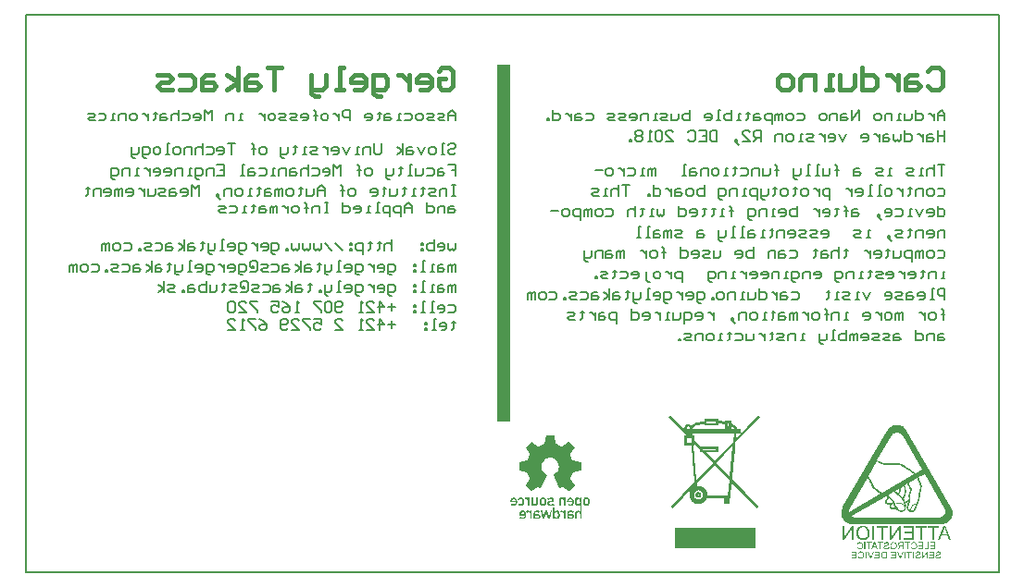
<source format=gbo>
G04 Layer_Color=32896*
%FSLAX25Y25*%
%MOIN*%
G70*
G01*
G75*
%ADD31C,0.00787*%
%ADD42C,0.00591*%
%ADD66C,0.01575*%
%ADD67R,0.04500X1.29000*%
G36*
X301928Y16600D02*
X302254Y16545D01*
X302797Y16328D01*
X303015Y16165D01*
X303178Y16056D01*
X303232Y16002D01*
X303287Y15947D01*
X303504Y15676D01*
X303667Y15349D01*
X303830Y14697D01*
X303885Y14425D01*
X303939Y14208D01*
Y14045D01*
Y13990D01*
X303885Y13501D01*
X303776Y13121D01*
X303721Y12849D01*
X303667Y12740D01*
X303395Y12305D01*
X303123Y12033D01*
X302906Y11870D01*
X302797Y11816D01*
X302362Y11598D01*
X301982Y11490D01*
X301656Y11435D01*
X301547D01*
X301058Y11490D01*
X300677Y11598D01*
X300406Y11707D01*
X300297Y11762D01*
X299916Y12033D01*
X299644Y12360D01*
X299481Y12577D01*
X299427Y12686D01*
X299210Y13175D01*
X299155Y13610D01*
X299101Y13936D01*
Y13990D01*
Y14045D01*
X299155Y14588D01*
X299210Y15023D01*
X299318Y15295D01*
X299373Y15404D01*
X299644Y15784D01*
X299916Y16110D01*
X300134Y16274D01*
X300242Y16328D01*
X300677Y16545D01*
X301112Y16600D01*
X301438Y16654D01*
X301547D01*
X301928Y16600D01*
D02*
G37*
G36*
X320247Y10674D02*
X320356Y10620D01*
X320410D01*
X320627Y10457D01*
X320736Y10294D01*
X320845Y10185D01*
Y10131D01*
X320954Y9913D01*
X321008Y9696D01*
Y9533D01*
Y9478D01*
Y9207D01*
X320954Y8989D01*
X320899Y8826D01*
Y8772D01*
X320791Y8609D01*
X320627Y8500D01*
X320573Y8391D01*
X320519D01*
X320301Y8283D01*
X320084Y8228D01*
X319812D01*
X319595Y8283D01*
X319377Y8337D01*
X319214Y8391D01*
X319160Y8446D01*
X318997Y8554D01*
X318888Y8772D01*
X318779Y8935D01*
Y8989D01*
X319105Y9044D01*
X319214Y8826D01*
X319268Y8717D01*
X319323Y8609D01*
X319377D01*
X319540Y8554D01*
X319703Y8500D01*
X319866D01*
X320138Y8554D01*
X320301D01*
X320519Y8772D01*
X320573Y8826D01*
Y8880D01*
X320682Y9261D01*
Y9424D01*
Y9478D01*
X320627Y9805D01*
X320573Y9913D01*
Y9968D01*
X320519Y10131D01*
X320410Y10239D01*
X320356Y10348D01*
X320301D01*
X320138Y10403D01*
X319975Y10457D01*
X319649D01*
X319540Y10403D01*
X319431Y10348D01*
X319214Y10076D01*
X319160Y9968D01*
Y9913D01*
X318834Y10022D01*
X318942Y10239D01*
X319051Y10403D01*
X319105Y10511D01*
X319160Y10566D01*
X319377Y10674D01*
X319595Y10729D01*
X320029D01*
X320247Y10674D01*
D02*
G37*
G36*
X305570Y11544D02*
X304917D01*
Y16600D01*
X305570D01*
Y11544D01*
D02*
G37*
G36*
X319812D02*
X316061D01*
Y12088D01*
X319160D01*
Y13827D01*
X316387D01*
Y14425D01*
X319160D01*
Y16002D01*
X316170D01*
Y16600D01*
X319812D01*
Y11544D01*
D02*
G37*
G36*
X310408Y16002D02*
X308723D01*
Y11544D01*
X308070D01*
Y16002D01*
X306385D01*
Y16600D01*
X310408D01*
Y16002D01*
D02*
G37*
G36*
X300732Y10674D02*
X300895Y10620D01*
X300949D01*
X301112Y10457D01*
X301221Y10294D01*
X301330Y10185D01*
Y10131D01*
X301438Y9913D01*
X301493Y9696D01*
Y9533D01*
Y9478D01*
Y9207D01*
X301438Y8989D01*
X301384Y8826D01*
Y8772D01*
X301275Y8609D01*
X301112Y8500D01*
X301058Y8391D01*
X301004D01*
X300786Y8283D01*
X300569Y8228D01*
X300297D01*
X300025Y8283D01*
X299808Y8337D01*
X299699Y8391D01*
X299644Y8446D01*
X299481Y8554D01*
X299373Y8772D01*
X299264Y8935D01*
Y8989D01*
X299590Y9044D01*
X299644Y8880D01*
X299753Y8717D01*
X299808Y8663D01*
X299862Y8609D01*
X300025Y8554D01*
X300188Y8500D01*
X300351D01*
X300623Y8554D01*
X300786D01*
X300895Y8663D01*
X301004Y8772D01*
X301058Y8826D01*
Y8880D01*
X301112Y9044D01*
X301167Y9261D01*
Y9424D01*
Y9478D01*
X301112Y9805D01*
X301058Y9913D01*
Y9968D01*
X301004Y10131D01*
X300895Y10239D01*
X300840Y10348D01*
X300786D01*
X300460Y10457D01*
X300297D01*
X300025Y10403D01*
X299916Y10348D01*
X299808Y10239D01*
X299699Y10076D01*
X299644Y9968D01*
Y9913D01*
X299318Y10022D01*
X299427Y10239D01*
X299536Y10403D01*
X299590Y10511D01*
X299644Y10566D01*
X299862Y10674D01*
X300079Y10729D01*
X300514D01*
X300732Y10674D01*
D02*
G37*
G36*
X323291Y8228D02*
X321389D01*
Y8500D01*
X322911D01*
Y9315D01*
X321552D01*
Y9642D01*
X322911D01*
Y10403D01*
X321443D01*
Y10729D01*
X323291D01*
Y8228D01*
D02*
G37*
G36*
X318562Y10403D02*
X317746D01*
Y8228D01*
X317366D01*
Y10403D01*
X316550D01*
Y10729D01*
X318562D01*
Y10403D01*
D02*
G37*
G36*
X325248Y8228D02*
X323672D01*
Y8500D01*
X324922D01*
Y10729D01*
X325248D01*
Y8228D01*
D02*
G37*
G36*
X262680Y15676D02*
Y15567D01*
Y15186D01*
Y14751D01*
Y14643D01*
Y14588D01*
Y13719D01*
Y12903D01*
Y12577D01*
Y12305D01*
Y12142D01*
Y12088D01*
Y11109D01*
Y10674D01*
Y10348D01*
Y10022D01*
Y9805D01*
Y9642D01*
Y9587D01*
Y9207D01*
Y8935D01*
Y8772D01*
Y8663D01*
Y8500D01*
X233760D01*
Y8554D01*
Y8663D01*
Y9044D01*
Y9424D01*
Y9533D01*
Y9587D01*
Y10457D01*
Y11272D01*
Y11598D01*
Y11870D01*
Y12033D01*
Y12088D01*
Y13066D01*
Y13501D01*
Y13827D01*
Y14153D01*
Y14371D01*
Y14534D01*
Y14588D01*
Y14969D01*
Y15241D01*
Y15458D01*
Y15567D01*
Y15730D01*
X262680D01*
Y15676D01*
D02*
G37*
G36*
X327586Y8228D02*
X325683D01*
Y8500D01*
X327259D01*
Y9315D01*
X325846D01*
Y9642D01*
X327259D01*
Y10403D01*
X325792D01*
Y10729D01*
X327586D01*
Y8228D01*
D02*
G37*
G36*
X179455Y22036D02*
X179781Y21873D01*
X179998Y21601D01*
X180107Y21383D01*
X180216Y21112D01*
X180270Y20840D01*
Y20677D01*
Y20622D01*
X180216Y20079D01*
X180052Y19698D01*
X179835Y19426D01*
X179563Y19263D01*
X179346Y19155D01*
X179128Y19046D01*
X178911D01*
X178476Y19100D01*
X178150Y19318D01*
X177932Y19481D01*
X177824Y19535D01*
X178313Y19916D01*
X178530Y19752D01*
X178693Y19644D01*
X178911Y19589D01*
X178965D01*
X179183Y19644D01*
X179346Y19698D01*
X179563Y19970D01*
X179672Y20242D01*
Y20296D01*
Y20350D01*
X177769D01*
Y20894D01*
X177824Y21275D01*
X177987Y21601D01*
X178204Y21818D01*
X178422Y21927D01*
X178639Y22036D01*
X178857Y22090D01*
X179074D01*
X179455Y22036D01*
D02*
G37*
G36*
X190598Y21764D02*
X190870Y21981D01*
X191088Y22036D01*
X191251Y22090D01*
X191305D01*
X191685Y22036D01*
X191957Y21927D01*
X192066Y21818D01*
X192120Y21764D01*
X192175Y21655D01*
X192229Y21492D01*
X192283Y21112D01*
X192338Y20785D01*
Y20677D01*
Y20622D01*
Y20296D01*
X192283Y20024D01*
Y19807D01*
X192229Y19698D01*
X192175Y19535D01*
X192120Y19481D01*
X191903Y19209D01*
X191631Y19100D01*
X191414Y19046D01*
X191305D01*
X191033Y19100D01*
X190816Y19209D01*
X190653Y19318D01*
X190598Y19372D01*
Y19100D01*
X189946D01*
Y23286D01*
X190598D01*
Y21764D01*
D02*
G37*
G36*
X188696Y19100D02*
X188152D01*
X187554Y21220D01*
X186847Y19100D01*
X186304D01*
X185380Y22090D01*
X186032D01*
X186576Y20024D01*
X187282Y22090D01*
X187717D01*
X188424Y20024D01*
X189022Y22090D01*
X189620D01*
X188696Y19100D01*
D02*
G37*
G36*
X196741Y22036D02*
X197067Y21927D01*
X197285Y21764D01*
X197339Y21710D01*
X196850Y21329D01*
X196687Y21438D01*
X196469Y21546D01*
X196034D01*
X195926Y21492D01*
X195708Y21383D01*
X195654Y21220D01*
Y21166D01*
Y20894D01*
X196469D01*
X196795Y20840D01*
X197013Y20785D01*
X197230Y20622D01*
X197339Y20459D01*
X197448Y20187D01*
Y20079D01*
Y20024D01*
X197393Y19698D01*
X197285Y19481D01*
X197122Y19263D01*
X196904Y19155D01*
X196524Y19046D01*
X196361D01*
X196034Y19100D01*
X195817Y19209D01*
X195708Y19318D01*
X195654Y19372D01*
Y19100D01*
X195001D01*
Y21166D01*
X195056Y21492D01*
X195219Y21710D01*
X195436Y21873D01*
X195654Y21981D01*
X195871Y22036D01*
X196089Y22090D01*
X196306D01*
X196741Y22036D01*
D02*
G37*
G36*
X184673D02*
X184945Y21927D01*
X185108Y21764D01*
X185162Y21710D01*
X184727Y21329D01*
X184619Y21438D01*
X184401Y21546D01*
X183966D01*
X183803Y21492D01*
X183586Y21383D01*
X183531Y21220D01*
Y21166D01*
Y20894D01*
X184401D01*
X184727Y20840D01*
X184945Y20785D01*
X185162Y20622D01*
X185271Y20459D01*
X185380Y20187D01*
Y20079D01*
Y20024D01*
X185325Y19698D01*
X185217Y19481D01*
X185054Y19263D01*
X184836Y19155D01*
X184456Y19046D01*
X184293D01*
X183966Y19100D01*
X183695Y19209D01*
X183586Y19318D01*
X183531Y19372D01*
Y19100D01*
X182988D01*
Y21166D01*
X183042Y21492D01*
X183151Y21710D01*
X183368Y21873D01*
X183586Y21981D01*
X183803Y22036D01*
X184021Y22090D01*
X184184D01*
X184673Y22036D01*
D02*
G37*
G36*
X314539Y52912D02*
X315191Y52749D01*
X315409Y52640D01*
X315626Y52586D01*
X315735Y52477D01*
X315789D01*
X316007Y52368D01*
X316116Y52314D01*
X316605Y51879D01*
X316985Y51444D01*
X317203Y51118D01*
X317312Y51010D01*
Y50955D01*
X333239Y23340D01*
X333293Y23286D01*
Y23232D01*
X333402Y23014D01*
X333511Y22851D01*
X333565Y22742D01*
Y22688D01*
X333619Y22579D01*
X333674Y22362D01*
X333728Y22199D01*
Y22144D01*
X333783Y21601D01*
Y21057D01*
X333674Y20568D01*
X333565Y20133D01*
X333456Y19752D01*
X333348Y19481D01*
X333293Y19318D01*
X333239Y19263D01*
X333021Y18937D01*
X332967Y18828D01*
X332913Y18774D01*
X332641Y18502D01*
X332532Y18394D01*
X332478Y18339D01*
X331989Y17959D01*
X331554Y17687D01*
X331065Y17469D01*
X330630Y17361D01*
X330249Y17306D01*
X329923Y17252D01*
X297416D01*
X297253Y17306D01*
X296981D01*
X296763Y17361D01*
X296600Y17415D01*
X296546D01*
X296002Y17632D01*
X295567Y17904D01*
X295187Y18230D01*
X294861Y18502D01*
X294589Y18828D01*
X294426Y19046D01*
X294317Y19209D01*
X294263Y19263D01*
Y19318D01*
X294100Y19535D01*
X294045Y19698D01*
X293991Y19807D01*
Y19861D01*
X293937Y20079D01*
X293882Y20296D01*
X293828Y20405D01*
Y20459D01*
X293719Y21057D01*
Y21601D01*
X293828Y22090D01*
X293937Y22525D01*
X294045Y22905D01*
X294209Y23177D01*
X294263Y23340D01*
X294317Y23395D01*
X310245Y51010D01*
X310462Y51336D01*
X310517Y51444D01*
X310571Y51499D01*
X310680Y51662D01*
X310788Y51771D01*
X310897Y51879D01*
X310951Y51934D01*
X311386Y52314D01*
X311876Y52586D01*
X312365Y52749D01*
X312800Y52912D01*
X313180Y52966D01*
X313452Y53021D01*
X313724D01*
X314539Y52912D01*
D02*
G37*
G36*
X328890Y16002D02*
X327205D01*
Y11544D01*
X326553D01*
Y16002D01*
X324868D01*
Y16600D01*
X328890D01*
Y16002D01*
D02*
G37*
G36*
X324541D02*
X322856D01*
Y11544D01*
X322204D01*
Y16002D01*
X320519D01*
Y16600D01*
X324541D01*
Y16002D01*
D02*
G37*
G36*
X333239Y11544D02*
X332532D01*
X331989Y13066D01*
X329869D01*
X329271Y11544D01*
X328510D01*
X330575Y16600D01*
X331282D01*
X333239Y11544D01*
D02*
G37*
G36*
X315137D02*
X314485D01*
Y15512D01*
X311821Y11544D01*
X311169D01*
Y16600D01*
X311821D01*
Y12631D01*
X314430Y16600D01*
X315137D01*
Y11544D01*
D02*
G37*
G36*
X298231D02*
X297633D01*
Y15512D01*
X294970Y11544D01*
X294263D01*
Y16600D01*
X294915D01*
Y12631D01*
X297579Y16600D01*
X298231D01*
Y11544D01*
D02*
G37*
G36*
X316714Y4803D02*
X316387D01*
Y7358D01*
X316714D01*
Y4803D01*
D02*
G37*
G36*
X313452D02*
X311549D01*
Y5130D01*
X313071D01*
Y5945D01*
X311712D01*
Y6271D01*
X313071D01*
Y7032D01*
X311604D01*
Y7358D01*
X313452D01*
Y4803D01*
D02*
G37*
G36*
X319105Y7032D02*
X318290D01*
Y4803D01*
X317964D01*
Y7032D01*
X317094D01*
Y7358D01*
X319105D01*
Y7032D01*
D02*
G37*
G36*
X327151Y4803D02*
X325302D01*
Y5130D01*
X326824D01*
Y5945D01*
X325411D01*
Y6271D01*
X326824D01*
Y7032D01*
X325357D01*
Y7358D01*
X327151D01*
Y4803D01*
D02*
G37*
G36*
X319866D02*
X319540D01*
Y7358D01*
X319866D01*
Y4803D01*
D02*
G37*
G36*
X310082D02*
X309157D01*
X308886Y4858D01*
X308777D01*
X308559Y4912D01*
X308451Y4967D01*
X308342Y5075D01*
X308233Y5184D01*
X308125Y5456D01*
X308070Y5565D01*
X308016Y5945D01*
Y6054D01*
Y6108D01*
Y6326D01*
Y6543D01*
X308070Y6652D01*
Y6706D01*
X308288Y7032D01*
X308342Y7087D01*
X308396Y7141D01*
X308668Y7250D01*
X308723Y7304D01*
X308777D01*
X309049Y7358D01*
X310082D01*
Y4803D01*
D02*
G37*
G36*
X328944Y7358D02*
X329053Y7304D01*
X329108D01*
X329271Y7250D01*
X329325Y7141D01*
X329434Y7087D01*
Y7032D01*
X329542Y6815D01*
Y6761D01*
Y6706D01*
X329488Y6489D01*
Y6434D01*
Y6380D01*
X329325Y6163D01*
X329216Y6108D01*
X329053Y6054D01*
X328890D01*
X328781Y5999D01*
X328727D01*
X328401Y5891D01*
X328292Y5836D01*
X328238D01*
X328075Y5782D01*
X328020Y5728D01*
X327966Y5565D01*
Y5510D01*
Y5347D01*
X328020Y5293D01*
X328184Y5184D01*
X328238Y5130D01*
X328510Y5075D01*
X328618D01*
X328890Y5130D01*
X328999D01*
X329162Y5293D01*
X329216Y5347D01*
X329325Y5565D01*
Y5619D01*
Y5673D01*
X329651Y5619D01*
X329597Y5456D01*
X329542Y5347D01*
X329488Y5238D01*
Y5184D01*
X329271Y4967D01*
X329216Y4858D01*
X329162D01*
X328781Y4749D01*
X328564D01*
X328238Y4803D01*
X328129Y4858D01*
X328075D01*
X327803Y5021D01*
X327749Y5130D01*
X327640Y5401D01*
Y5510D01*
X327694Y5782D01*
X327749Y5891D01*
X327966Y6108D01*
X328020Y6163D01*
X328075D01*
X328401Y6271D01*
X328564Y6326D01*
X328618D01*
X328890Y6380D01*
X329053Y6434D01*
X329162Y6489D01*
X329216Y6652D01*
Y6706D01*
X329162Y6924D01*
X329108Y6978D01*
X328836Y7087D01*
X328673D01*
X328347Y7032D01*
X328292Y6978D01*
X328238D01*
X328129Y6869D01*
X328075Y6761D01*
X328020Y6652D01*
Y6597D01*
X327694D01*
Y6761D01*
X327749Y6924D01*
X327803Y6978D01*
X327857Y7032D01*
X328075Y7250D01*
X328129Y7304D01*
X328184D01*
X328510Y7413D01*
X328673D01*
X328944Y7358D01*
D02*
G37*
G36*
X321715D02*
X321823Y7304D01*
X321878D01*
X321986Y7250D01*
X322095Y7141D01*
X322149Y7087D01*
Y7032D01*
X322258Y6924D01*
X322313Y6815D01*
Y6761D01*
Y6706D01*
X322258Y6489D01*
X322204Y6434D01*
Y6380D01*
X322041Y6163D01*
X321932Y6108D01*
X321769Y6054D01*
X321606D01*
X321497Y5999D01*
X321443D01*
X321117Y5891D01*
X321062Y5836D01*
X321008D01*
X320791Y5782D01*
X320736Y5728D01*
X320682Y5565D01*
Y5510D01*
Y5347D01*
X320736Y5293D01*
X320899Y5184D01*
X320954Y5130D01*
X321225Y5075D01*
X321334D01*
X321606Y5130D01*
X321715D01*
X321823Y5238D01*
X321932Y5293D01*
X321986Y5347D01*
X322041Y5565D01*
Y5619D01*
Y5673D01*
X322367Y5619D01*
X322313Y5347D01*
X322258Y5238D01*
Y5184D01*
X321986Y4967D01*
X321932Y4858D01*
X321878D01*
X321715Y4803D01*
X321497Y4749D01*
X321280D01*
X320954Y4803D01*
X320899Y4858D01*
X320845D01*
X320573Y5021D01*
X320464Y5130D01*
X320356Y5401D01*
Y5510D01*
X320410Y5782D01*
X320464Y5891D01*
X320682Y6108D01*
X320736Y6163D01*
X320791D01*
X321171Y6271D01*
X321280Y6326D01*
X321334D01*
X321606Y6380D01*
X321769Y6434D01*
X321878Y6489D01*
X321986Y6652D01*
Y6706D01*
X321932Y6815D01*
X321878Y6924D01*
X321823Y6978D01*
X321715Y7032D01*
X321552Y7087D01*
X321389D01*
X321062Y7032D01*
X321008Y6978D01*
X320954D01*
X320845Y6869D01*
X320791Y6761D01*
X320736Y6652D01*
Y6597D01*
X320464D01*
X320519Y6924D01*
X320573Y6978D01*
Y7032D01*
X320791Y7250D01*
X320845Y7304D01*
X320899D01*
X321225Y7413D01*
X321389D01*
X321715Y7358D01*
D02*
G37*
G36*
X299264Y4803D02*
X297361D01*
Y5130D01*
X298938D01*
Y5945D01*
X297524D01*
Y6271D01*
X298938D01*
Y7032D01*
X297416D01*
Y7358D01*
X299264D01*
Y4803D01*
D02*
G37*
G36*
X307527D02*
X305624D01*
Y5130D01*
X307201D01*
Y5945D01*
X305787D01*
Y6271D01*
X307201D01*
Y7032D01*
X305678D01*
Y7358D01*
X307527D01*
Y4803D01*
D02*
G37*
G36*
X302743D02*
X302417D01*
Y7358D01*
X302743D01*
Y4803D01*
D02*
G37*
G36*
X308723Y10403D02*
X307907D01*
Y8228D01*
X307581D01*
Y10403D01*
X306711D01*
Y10729D01*
X308723D01*
Y10403D01*
D02*
G37*
G36*
X306929Y8228D02*
X306548D01*
X306276Y8935D01*
X305244D01*
X304917Y8228D01*
X304537D01*
X305570Y10729D01*
X305950D01*
X306929Y8228D01*
D02*
G37*
G36*
X310462Y10674D02*
X310517D01*
X310625Y10566D01*
X310734Y10511D01*
X310788Y10457D01*
Y10403D01*
X310897Y10294D01*
X310951Y10185D01*
Y10131D01*
Y10076D01*
X310897Y9859D01*
X310843Y9805D01*
Y9750D01*
X310680Y9587D01*
X310571Y9533D01*
X310408Y9478D01*
X310245Y9424D01*
X310136Y9370D01*
X310082D01*
X309864Y9315D01*
X309701Y9261D01*
X309592Y9207D01*
X309429Y9098D01*
X309375Y9044D01*
X309321Y8935D01*
Y8880D01*
Y8717D01*
X309375Y8663D01*
X309538Y8554D01*
X309592Y8500D01*
X310353D01*
X310571Y8663D01*
X310625Y8717D01*
X310680Y8935D01*
Y8989D01*
Y9044D01*
X311006Y8989D01*
X310951Y8663D01*
X310897Y8609D01*
Y8554D01*
X310625Y8337D01*
X310571Y8283D01*
X310517D01*
X310136Y8228D01*
X309918D01*
X309592Y8283D01*
X309429D01*
X309212Y8446D01*
X309103Y8500D01*
X308994Y8772D01*
Y8880D01*
X309049Y9152D01*
X309103Y9261D01*
X309321Y9478D01*
X309375Y9533D01*
X309429D01*
X309592Y9587D01*
X309755Y9642D01*
X309918Y9696D01*
X309973D01*
X310245Y9750D01*
X310408Y9805D01*
X310517Y9859D01*
X310625Y10022D01*
Y10076D01*
X310571Y10185D01*
X310517Y10294D01*
X310462Y10348D01*
X310190Y10457D01*
X309810D01*
X309701Y10403D01*
X309592Y10348D01*
X309484Y10239D01*
X309429Y10131D01*
X309375Y10022D01*
Y9968D01*
X309103Y10022D01*
X309157Y10294D01*
X309212Y10403D01*
X309429Y10620D01*
X309484Y10674D01*
X309538D01*
X309864Y10729D01*
X310353D01*
X310462Y10674D01*
D02*
G37*
G36*
X316224Y8228D02*
X315844D01*
Y9315D01*
X315300D01*
X315191Y9261D01*
X315137Y9207D01*
X315083D01*
X315028Y9152D01*
X314974Y9098D01*
Y9044D01*
X314920Y8989D01*
X314811Y8880D01*
X314757Y8772D01*
X314702Y8717D01*
X314376Y8228D01*
X313996D01*
X314430Y8880D01*
X314648Y9152D01*
X314702Y9207D01*
X314811Y9261D01*
X314865Y9315D01*
X314648Y9370D01*
X314485Y9478D01*
X314376Y9533D01*
X314322Y9587D01*
X314213Y9750D01*
X314159Y9859D01*
Y9968D01*
Y10022D01*
X314213Y10294D01*
X314267Y10348D01*
Y10403D01*
X314485Y10620D01*
X314539Y10674D01*
X314594D01*
X314757Y10729D01*
X316224D01*
Y8228D01*
D02*
G37*
G36*
X312908Y10674D02*
X313180Y10566D01*
X313398Y10457D01*
X313452Y10403D01*
X313615Y10076D01*
X313669Y9750D01*
X313724Y9533D01*
Y9478D01*
Y9424D01*
Y9152D01*
X313669Y8935D01*
X313615Y8826D01*
Y8772D01*
X313506Y8609D01*
X313343Y8500D01*
X313234Y8391D01*
X313180D01*
X312963Y8283D01*
X312745Y8228D01*
X312310D01*
X312093Y8283D01*
X311984Y8337D01*
X311930D01*
X311604Y8609D01*
X311549Y8717D01*
X311495Y8772D01*
X311386Y8989D01*
X311332Y9207D01*
Y9370D01*
Y9424D01*
Y9696D01*
X311386Y9968D01*
X311441Y10076D01*
X311495Y10131D01*
X311767Y10457D01*
X311876Y10511D01*
X311930Y10566D01*
X312147Y10674D01*
X312310Y10729D01*
X312528D01*
X312908Y10674D01*
D02*
G37*
G36*
X304754Y10403D02*
X303885D01*
Y8228D01*
X303558D01*
Y10403D01*
X302743D01*
Y10729D01*
X304754D01*
Y10403D01*
D02*
G37*
G36*
X304428Y4803D02*
X304102D01*
X303123Y7358D01*
X303450D01*
X304156Y5510D01*
X304265Y5238D01*
Y5130D01*
Y5075D01*
X304319Y5184D01*
X304374Y5347D01*
X304428Y5456D01*
Y5510D01*
X305081Y7358D01*
X305461D01*
X304428Y4803D01*
D02*
G37*
G36*
X301167Y7358D02*
X301275Y7304D01*
X301330Y7250D01*
X301547Y7087D01*
X301656Y6924D01*
X301764Y6815D01*
Y6761D01*
X301873Y6543D01*
X301928Y6326D01*
Y6163D01*
Y6108D01*
Y5836D01*
X301873Y5619D01*
X301819Y5456D01*
Y5401D01*
X301547Y5075D01*
X301438Y4967D01*
X301384Y4912D01*
X301167Y4803D01*
X300949Y4749D01*
X300732D01*
X300460Y4803D01*
X300242Y4858D01*
X300134Y4912D01*
X300079Y4967D01*
X299916Y5184D01*
X299808Y5401D01*
X299699Y5565D01*
Y5619D01*
X300025Y5673D01*
X300134Y5456D01*
X300188Y5293D01*
X300242Y5238D01*
X300297Y5184D01*
X300460Y5075D01*
X300623Y5021D01*
X300786D01*
X300949Y5075D01*
X301058Y5130D01*
X301167Y5184D01*
X301221D01*
X301438Y5401D01*
X301493Y5456D01*
Y5510D01*
X301601Y5891D01*
Y6054D01*
Y6108D01*
X301547Y6434D01*
X301493Y6543D01*
Y6597D01*
X301438Y6761D01*
X301330Y6869D01*
X301275Y6978D01*
X301221D01*
X300895Y7087D01*
X300732D01*
X300406Y7032D01*
X300351Y6978D01*
X300297D01*
X300188Y6869D01*
X300134Y6761D01*
X300079Y6652D01*
Y6597D01*
X299753Y6652D01*
X299862Y6869D01*
X299971Y7032D01*
X300025Y7141D01*
X300079Y7195D01*
X300297Y7304D01*
X300514Y7413D01*
X300949D01*
X301167Y7358D01*
D02*
G37*
G36*
X315083Y4803D02*
X314702D01*
X313724Y7358D01*
X314050D01*
X314757Y5510D01*
X314865Y5238D01*
Y5130D01*
Y5075D01*
X314920Y5293D01*
X314974Y5401D01*
X315028Y5510D01*
X315681Y7358D01*
X316061D01*
X315083Y4803D01*
D02*
G37*
G36*
X302362Y8228D02*
X301982D01*
Y10729D01*
X302362D01*
Y8228D01*
D02*
G37*
G36*
X324813Y4803D02*
X324487D01*
Y6815D01*
X323182Y4803D01*
X322856D01*
Y7358D01*
X323128D01*
Y5347D01*
X324487Y7358D01*
X324813D01*
Y4803D01*
D02*
G37*
G36*
X182281Y19100D02*
X181683D01*
Y20894D01*
Y21112D01*
X181575Y21275D01*
X181412Y21492D01*
X181248Y21546D01*
X181140D01*
X180977Y21492D01*
X180868Y21438D01*
X180759Y21383D01*
Y21329D01*
X180270Y21873D01*
X180487Y21981D01*
X180650Y22090D01*
X180868D01*
X181248Y22036D01*
X181466Y21927D01*
X181629Y21818D01*
X181683Y21764D01*
Y22090D01*
X182281D01*
Y19100D01*
D02*
G37*
G36*
X176193Y26765D02*
X176519Y26602D01*
X176736Y26330D01*
X176845Y26113D01*
X176954Y25841D01*
X177008Y25569D01*
Y25406D01*
Y25352D01*
X176954Y24808D01*
X176791Y24428D01*
X176573Y24156D01*
X176356Y23993D01*
X176139Y23884D01*
X175921Y23775D01*
X175704D01*
X175269Y23830D01*
X174888Y24047D01*
X174671Y24210D01*
X174617Y24264D01*
X175051Y24645D01*
X175269Y24482D01*
X175432Y24373D01*
X175649Y24319D01*
X175704D01*
X175921Y24373D01*
X176084Y24428D01*
X176302Y24699D01*
X176410Y24971D01*
Y25025D01*
Y25080D01*
X174508D01*
Y25623D01*
X174562Y26004D01*
X174725Y26330D01*
X174943Y26548D01*
X175160Y26656D01*
X175378Y26765D01*
X175595Y26819D01*
X175812D01*
X176193Y26765D01*
D02*
G37*
G36*
X190435Y49161D02*
Y49107D01*
Y49053D01*
X190979Y46226D01*
Y46117D01*
X191033Y46063D01*
X191088D01*
X192990Y45302D01*
X193208D01*
X195545Y46987D01*
X195708Y46933D01*
X195763Y46878D01*
X197774Y44976D01*
Y44867D01*
Y44813D01*
Y44758D01*
X196197Y42366D01*
Y42312D01*
Y42258D01*
Y42203D01*
X196958Y40246D01*
X197067Y40137D01*
X197122Y40083D01*
X197176D01*
X199894Y39648D01*
X199948D01*
X200003Y39594D01*
Y39540D01*
Y39485D01*
Y36658D01*
Y36550D01*
X199948Y36495D01*
X199894D01*
X197230Y35952D01*
X197122Y35897D01*
Y35843D01*
X196252Y33777D01*
Y33723D01*
Y33669D01*
Y33614D01*
Y33560D01*
X197774Y31331D01*
Y31277D01*
Y31223D01*
Y31168D01*
X195763Y29157D01*
X195654Y29102D01*
X195599D01*
X195545Y29157D01*
X193425Y30624D01*
X193208D01*
X192283Y30135D01*
X192120Y30190D01*
X192066D01*
X190109Y34973D01*
Y35136D01*
X190163Y35191D01*
X190435Y35300D01*
Y35354D01*
X190490D01*
X190544Y35408D01*
X190598Y35463D01*
X191088Y35789D01*
X191414Y36224D01*
X191685Y36604D01*
X191849Y37039D01*
X191957Y37420D01*
X192012Y37746D01*
Y37963D01*
Y38017D01*
X191957Y38507D01*
X191849Y38942D01*
X191740Y39322D01*
X191522Y39648D01*
X191359Y39866D01*
X191251Y40083D01*
X191142Y40192D01*
X191088Y40246D01*
X190707Y40572D01*
X190381Y40790D01*
X190000Y40953D01*
X189674Y41062D01*
X189348Y41116D01*
X189131Y41170D01*
X188913D01*
X188424Y41116D01*
X187989Y41007D01*
X187609Y40899D01*
X187282Y40736D01*
X187011Y40518D01*
X186847Y40409D01*
X186739Y40301D01*
X186684Y40246D01*
X186358Y39866D01*
X186141Y39485D01*
X185978Y39159D01*
X185869Y38778D01*
X185815Y38507D01*
X185760Y38235D01*
Y38072D01*
Y38017D01*
X185815Y37420D01*
X185978Y36876D01*
X186249Y36441D01*
X186467Y36115D01*
X186739Y35789D01*
X187011Y35626D01*
X187174Y35517D01*
X187228Y35463D01*
X187282Y35408D01*
X187337Y35354D01*
Y35300D01*
X187609Y35191D01*
X187663Y35028D01*
Y34973D01*
X185652Y30190D01*
X185597Y30135D01*
X185488D01*
X184564Y30624D01*
X184401D01*
X182227Y29157D01*
X182118Y29102D01*
X182064D01*
X182009Y29157D01*
X179998Y31168D01*
Y31223D01*
Y31331D01*
X181520Y33560D01*
Y33614D01*
Y33669D01*
Y33723D01*
Y33777D01*
X180650Y35843D01*
X180596Y35952D01*
X180542D01*
X177878Y36495D01*
X177824Y36550D01*
X177769Y36604D01*
Y36658D01*
Y39485D01*
Y39594D01*
X177824Y39648D01*
X177878D01*
X180596Y40083D01*
X180705Y40137D01*
X180759Y40192D01*
Y40246D01*
X181629Y42203D01*
Y42258D01*
Y42366D01*
X179998Y44758D01*
Y44813D01*
Y44921D01*
Y44976D01*
X182009Y46878D01*
X182118Y46987D01*
X182227D01*
X184564Y45302D01*
X184782D01*
X186684Y46063D01*
X186739Y46117D01*
X186793Y46172D01*
Y46226D01*
X187337Y49053D01*
Y49161D01*
X187391Y49216D01*
X190381D01*
X190435Y49161D01*
D02*
G37*
G36*
X196632Y26765D02*
X196958Y26602D01*
X197176Y26330D01*
X197285Y26113D01*
X197393Y25841D01*
X197448Y25569D01*
Y25406D01*
Y25352D01*
X197393Y24808D01*
X197230Y24428D01*
X197013Y24156D01*
X196741Y23993D01*
X196524Y23884D01*
X196306Y23775D01*
X196089D01*
X195654Y23830D01*
X195328Y24047D01*
X195110Y24210D01*
X195001Y24264D01*
X195491Y24645D01*
X195708Y24482D01*
X195926Y24373D01*
X196089Y24319D01*
X196197D01*
X196415Y24373D01*
X196578Y24428D01*
X196741Y24699D01*
X196850Y24971D01*
Y25025D01*
Y25080D01*
X194947D01*
Y25623D01*
X195001Y26004D01*
X195165Y26330D01*
X195382Y26548D01*
X195599Y26656D01*
X195817Y26765D01*
X196034Y26819D01*
X196252D01*
X196632Y26765D01*
D02*
G37*
G36*
X202340D02*
X202666Y26656D01*
X202829Y26548D01*
X202884Y26493D01*
X203047Y26113D01*
X203101Y25787D01*
X203155Y25460D01*
Y25406D01*
Y25352D01*
X203101Y24862D01*
X202992Y24482D01*
X202938Y24264D01*
X202884Y24210D01*
X202557Y23938D01*
X202286Y23830D01*
X202068Y23775D01*
X201960D01*
X201579Y23830D01*
X201307Y23993D01*
X201144Y24156D01*
X201090Y24210D01*
X200981Y24319D01*
X200872Y24482D01*
X200818Y24862D01*
X200764Y25188D01*
Y25297D01*
Y25352D01*
X200818Y25895D01*
X200927Y26221D01*
X201035Y26439D01*
X201090Y26493D01*
X201307Y26711D01*
X201579Y26765D01*
X201851Y26819D01*
X201960D01*
X202340Y26765D01*
D02*
G37*
G36*
X189511D02*
X189783Y26711D01*
X189946Y26548D01*
X190055Y26384D01*
X190218Y26113D01*
Y26004D01*
Y25950D01*
X190163Y25678D01*
X190109Y25515D01*
X189783Y25243D01*
X189511Y25134D01*
X189457Y25080D01*
X188913D01*
X188641Y24971D01*
X188533Y24808D01*
X188478Y24754D01*
Y24699D01*
Y24591D01*
X188587Y24482D01*
X188750Y24373D01*
X188968Y24319D01*
X189076D01*
X189457Y24373D01*
X189783Y24536D01*
X190000Y24645D01*
X190055Y24699D01*
X190435Y24319D01*
X190000Y23993D01*
X189566Y23830D01*
X189239Y23775D01*
X189131D01*
X188696Y23830D01*
X188424Y23938D01*
X188207Y24047D01*
X188043Y24264D01*
X187935Y24428D01*
X187880Y24536D01*
Y24645D01*
Y24699D01*
X187935Y24971D01*
X187989Y25188D01*
X188315Y25460D01*
X188587Y25569D01*
X188696Y25623D01*
X188750D01*
X189294Y25678D01*
X189511Y25732D01*
X189620Y25841D01*
X189674Y25895D01*
Y25950D01*
X189566Y26167D01*
X189402Y26221D01*
X189239Y26276D01*
X189131D01*
X188913Y26221D01*
X188641Y26167D01*
X188424Y26058D01*
X188370Y26004D01*
X187989Y26384D01*
X188370Y26656D01*
X188696Y26765D01*
X189022Y26819D01*
X189131D01*
X189511Y26765D01*
D02*
G37*
G36*
X186684D02*
X187011Y26656D01*
X187228Y26548D01*
X187282Y26493D01*
X187445Y26167D01*
X187500Y25787D01*
X187554Y25460D01*
Y25406D01*
Y25352D01*
X187500Y24808D01*
X187391Y24482D01*
X187337Y24264D01*
X187282Y24210D01*
X186956Y23938D01*
X186630Y23830D01*
X186413Y23775D01*
X186304D01*
X185923Y23830D01*
X185652Y23993D01*
X185488Y24156D01*
X185434Y24210D01*
X185325Y24319D01*
X185217Y24482D01*
X185162Y24862D01*
X185108Y25188D01*
Y25297D01*
Y25352D01*
X185162Y25895D01*
X185271Y26221D01*
X185380Y26439D01*
X185434Y26493D01*
X185706Y26711D01*
X185978Y26765D01*
X186195Y26819D01*
X186304D01*
X186684Y26765D01*
D02*
G37*
G36*
X264582Y55793D02*
X255613Y46498D01*
X255395Y43943D01*
X254798Y37854D01*
X254363Y33451D01*
X263984Y23612D01*
X263278Y22960D01*
X254308Y32255D01*
X253765Y26548D01*
X253493D01*
Y24428D01*
X251482D01*
Y26548D01*
X245230D01*
X245013Y26113D01*
X244741Y25732D01*
X244306Y25243D01*
X243708Y24862D01*
X243056Y24645D01*
X242403Y24536D01*
X241751Y24591D01*
X241262Y24699D01*
X240718Y24917D01*
X240229Y25243D01*
X239848Y25623D01*
X239468Y26113D01*
X239196Y26711D01*
X239087Y27254D01*
X239033Y27743D01*
X239087Y28287D01*
X239142Y28722D01*
X239305Y29102D01*
X239522Y29537D01*
X239794Y29918D01*
X240175Y30244D01*
X240555Y30516D01*
X240936Y30733D01*
X240881Y31168D01*
X232999Y23014D01*
X232347Y23666D01*
X240827Y32418D01*
X240120Y40083D01*
X239685Y45628D01*
X237130D01*
Y49216D01*
X237783D01*
X231368Y55793D01*
X232021Y56445D01*
X238055Y50194D01*
Y50629D01*
X237946Y50738D01*
X237783Y50846D01*
X237620Y51010D01*
X237457Y51227D01*
X237348Y51444D01*
X237294Y51662D01*
Y51934D01*
Y52260D01*
X237402Y52477D01*
X237620Y52803D01*
X237892Y53075D01*
X238272Y53238D01*
X238598Y53293D01*
X238979Y53238D01*
X239305Y53075D01*
X239577Y52912D01*
X239685Y52749D01*
X239957Y52966D01*
X240338Y53238D01*
X240827Y53510D01*
X241534Y53728D01*
X242240Y53945D01*
X243001Y54108D01*
X243762Y54271D01*
X244415Y54325D01*
Y55141D01*
X249470D01*
Y54434D01*
X249905D01*
X250503Y54380D01*
X251210Y54271D01*
X251862Y54162D01*
Y54597D01*
X254091D01*
Y53564D01*
X254363Y53456D01*
X254689Y53293D01*
X255069Y53021D01*
X255395Y52803D01*
X255722Y52532D01*
X255885Y52368D01*
X256048Y52205D01*
X256156Y51988D01*
X256102Y51608D01*
X257352D01*
Y49977D01*
X255939D01*
X255722Y47911D01*
X263930Y56445D01*
X264582Y55793D01*
D02*
G37*
G36*
X194349Y19100D02*
X193751D01*
Y20894D01*
Y21112D01*
X193642Y21275D01*
X193479Y21492D01*
X193316Y21546D01*
X193208D01*
X193044Y21492D01*
X192936Y21438D01*
X192827Y21383D01*
X192773Y21329D01*
X192338Y21873D01*
X192555Y21981D01*
X192773Y22090D01*
X192990D01*
X193316Y22036D01*
X193534Y21927D01*
X193697Y21818D01*
X193751Y21764D01*
Y22090D01*
X194349D01*
Y19100D01*
D02*
G37*
G36*
X178693Y26765D02*
X179020Y26602D01*
X179237Y26330D01*
X179400Y26113D01*
X179509Y25841D01*
X179563Y25569D01*
Y25406D01*
Y25352D01*
X179509Y24808D01*
X179346Y24428D01*
X179128Y24156D01*
X178911Y23993D01*
X178693Y23884D01*
X178476Y23775D01*
X178259D01*
X177824Y23884D01*
X177443Y24047D01*
X177226Y24210D01*
X177171Y24319D01*
X177606Y24699D01*
X177824Y24536D01*
X178041Y24428D01*
X178204Y24373D01*
X178259D01*
X178476Y24428D01*
X178639Y24536D01*
X178857Y24862D01*
X178965Y25188D01*
Y25297D01*
Y25352D01*
X178911Y25678D01*
X178857Y25895D01*
X178748Y26058D01*
X178585Y26167D01*
X178367Y26276D01*
X178259D01*
X177987Y26221D01*
X177769Y26113D01*
X177661Y26004D01*
X177606Y25950D01*
X177171Y26330D01*
X177552Y26602D01*
X177878Y26765D01*
X178150Y26819D01*
X178259D01*
X178693Y26765D01*
D02*
G37*
G36*
X184564Y24808D02*
X184510Y24482D01*
X184401Y24210D01*
X184238Y24047D01*
X184021Y23884D01*
X183695Y23775D01*
X183531D01*
X183260Y23830D01*
X183042Y23938D01*
X182879Y24047D01*
X182825Y24101D01*
Y23830D01*
X182227D01*
Y26819D01*
X182825D01*
Y25080D01*
Y24862D01*
X182934Y24699D01*
X183097Y24482D01*
X183260Y24373D01*
X183368D01*
X183586Y24428D01*
X183695Y24482D01*
X183912Y24754D01*
X183966Y24971D01*
Y25025D01*
Y25080D01*
Y26819D01*
X184564D01*
Y24808D01*
D02*
G37*
G36*
X200220Y19100D02*
X199676D01*
Y20894D01*
X199622Y21112D01*
X199568Y21275D01*
X199350Y21492D01*
X199187Y21546D01*
X198861D01*
X198752Y21438D01*
X198535Y21220D01*
X198480Y21003D01*
Y20948D01*
Y20894D01*
Y19100D01*
X197883D01*
Y21057D01*
X197937Y21383D01*
X198046Y21655D01*
X198209Y21818D01*
X198372Y21981D01*
X198698Y22090D01*
X198861D01*
X199242Y22036D01*
X199513Y21927D01*
X199622Y21818D01*
X199676Y21764D01*
Y24101D01*
X199350Y23938D01*
X199079Y23830D01*
X198915Y23775D01*
X198861D01*
X198589Y23830D01*
X198317Y23993D01*
X198100Y24156D01*
X198046Y24210D01*
X197991Y24319D01*
X197937Y24482D01*
X197883Y24862D01*
Y25188D01*
Y25297D01*
Y25352D01*
Y25895D01*
X197937Y26221D01*
X197991Y26439D01*
X198046Y26493D01*
X198317Y26711D01*
X198589Y26765D01*
X198807Y26819D01*
X198861D01*
X199187Y26765D01*
X199459Y26656D01*
X199622Y26548D01*
X199676Y26493D01*
Y26819D01*
X200220D01*
Y19100D01*
D02*
G37*
G36*
X194512Y23830D02*
X193860D01*
Y25623D01*
X193806Y25841D01*
X193751Y26004D01*
X193534Y26221D01*
X193371Y26276D01*
X193044D01*
X192936Y26167D01*
X192718Y25950D01*
X192664Y25732D01*
Y25678D01*
Y25623D01*
Y23830D01*
X192066D01*
Y25787D01*
X192120Y26113D01*
X192229Y26384D01*
X192392Y26548D01*
X192555Y26711D01*
X192881Y26819D01*
X193044D01*
X193425Y26765D01*
X193697Y26656D01*
X193806Y26548D01*
X193860Y26493D01*
Y26819D01*
X194512D01*
Y23830D01*
D02*
G37*
G36*
X181520D02*
X180922D01*
Y25623D01*
X180868Y25841D01*
X180814Y26004D01*
X180596Y26221D01*
X180433Y26276D01*
X180324D01*
X180216Y26221D01*
X180107Y26167D01*
X180052Y26113D01*
X179998Y26058D01*
X179509Y26602D01*
X179726Y26711D01*
X179944Y26819D01*
X180107D01*
X180487Y26765D01*
X180759Y26656D01*
X180868Y26548D01*
X180922Y26493D01*
Y26819D01*
X181520D01*
Y23830D01*
D02*
G37*
%LPC*%
G36*
X301601Y16110D02*
X301493D01*
X301167Y16056D01*
X300895Y16002D01*
X300677Y15893D01*
X300623Y15839D01*
X300351Y15621D01*
X300134Y15404D01*
X300079Y15186D01*
X300025Y15132D01*
X299916Y14751D01*
X299808Y14425D01*
Y14153D01*
Y14099D01*
Y14045D01*
X299862Y13392D01*
X300025Y12903D01*
X300242Y12631D01*
X300297Y12523D01*
X300677Y12251D01*
X301112Y12088D01*
X301438Y12033D01*
X301547D01*
X302036Y12088D01*
X302417Y12305D01*
X302634Y12468D01*
X302743Y12523D01*
X303015Y12957D01*
X303178Y13447D01*
Y13664D01*
X303232Y13827D01*
Y13936D01*
Y13990D01*
Y14371D01*
X303178Y14751D01*
X303069Y15023D01*
X302960Y15241D01*
X302797Y15512D01*
X302743Y15621D01*
X302362Y15893D01*
X301928Y16056D01*
X301601Y16110D01*
D02*
G37*
G36*
X179183Y21546D02*
X178857D01*
X178693Y21438D01*
X178476Y21220D01*
X178367Y21003D01*
Y20948D01*
Y20894D01*
X179672D01*
X179618Y21112D01*
X179563Y21275D01*
X179346Y21492D01*
X179183Y21546D01*
D02*
G37*
G36*
X191196D02*
X191088D01*
X190925Y21492D01*
X190816Y21383D01*
X190653Y21112D01*
X190598Y20785D01*
Y20677D01*
Y20622D01*
Y20296D01*
X190653Y20079D01*
X190761Y19861D01*
X190816Y19752D01*
X191033Y19644D01*
X191088D01*
X191305Y19698D01*
X191468Y19807D01*
X191631Y20133D01*
X191740Y20459D01*
Y20568D01*
Y20622D01*
X191685Y20948D01*
X191631Y21166D01*
X191522Y21329D01*
X191414Y21438D01*
X191196Y21546D01*
D02*
G37*
G36*
X196415Y20350D02*
X195654D01*
Y20133D01*
Y19970D01*
X195763Y19807D01*
X195980Y19644D01*
X196197Y19589D01*
X196306D01*
X196632Y19644D01*
X196795Y19807D01*
X196850Y19970D01*
Y20024D01*
X196795Y20242D01*
X196578Y20296D01*
X196415Y20350D01*
D02*
G37*
G36*
X184347D02*
X183531D01*
Y20133D01*
X183586Y19970D01*
X183640Y19807D01*
X183858Y19644D01*
X184130Y19589D01*
X184238D01*
X184564Y19644D01*
X184727Y19807D01*
X184782Y19970D01*
Y20024D01*
X184673Y20242D01*
X184510Y20296D01*
X184347Y20350D01*
D02*
G37*
G36*
X306331Y39703D02*
X303341Y34484D01*
X303613Y34212D01*
X303667Y34158D01*
X303721Y34104D01*
X303939Y33832D01*
X304156Y33560D01*
X304319Y33342D01*
X304374Y33234D01*
X304537Y32908D01*
X304700Y32527D01*
X304809Y32255D01*
X304863Y32201D01*
Y32147D01*
X305081Y31657D01*
X305244Y31331D01*
X305298Y31168D01*
X305352Y31114D01*
X305515Y30842D01*
X305570Y30788D01*
X305624Y30733D01*
X305896Y30461D01*
X305950Y30407D01*
X306005Y30353D01*
X306548Y29864D01*
X307037Y29429D01*
X307418Y29157D01*
X307799Y28885D01*
X308125Y28722D01*
X308342Y28613D01*
X308451Y28559D01*
X308505D01*
X319975Y35191D01*
X319758Y35408D01*
X319540Y35517D01*
X319431Y35626D01*
X319377Y35680D01*
X319051Y35952D01*
X318779Y36115D01*
X318616Y36224D01*
X318562Y36278D01*
X318344Y36441D01*
X318181Y36550D01*
X318073Y36604D01*
X317692Y36822D01*
X317475Y36985D01*
X317312Y37039D01*
X317257Y37093D01*
X316768Y37420D01*
X316333Y37691D01*
X315952Y37963D01*
X315626Y38126D01*
X315354Y38235D01*
X315137Y38344D01*
X315028Y38398D01*
X314974D01*
X314159Y38561D01*
X313343Y38670D01*
X311712D01*
X311060Y38615D01*
X309973D01*
X309321Y38670D01*
X308777Y38778D01*
X308559Y38833D01*
X308396Y38887D01*
X308288Y38942D01*
X308233D01*
X306331Y39703D01*
D02*
G37*
G36*
X316116Y30896D02*
X315083Y30298D01*
X315137Y30027D01*
X315191Y29809D01*
Y29646D01*
Y29592D01*
X315137Y29320D01*
X315083Y29102D01*
X315028Y28939D01*
Y28885D01*
X314974Y28776D01*
X314811Y28450D01*
X314702Y28233D01*
X314594Y28124D01*
Y28070D01*
X314974Y27743D01*
X315300Y27417D01*
X315518Y27200D01*
X315572Y27145D01*
X315626Y27037D01*
X315681Y26982D01*
X315735Y26928D01*
Y26874D01*
X315898Y27200D01*
X316061Y27472D01*
X316116Y27635D01*
X316170Y27689D01*
X316279Y27852D01*
Y27907D01*
X316333Y28070D01*
Y28124D01*
X316387Y28341D01*
X316442Y28613D01*
Y28831D01*
Y28939D01*
Y28994D01*
Y29102D01*
Y29429D01*
Y29700D01*
Y29809D01*
Y29864D01*
Y30081D01*
X316387Y30298D01*
X316333Y30407D01*
Y30461D01*
X316224Y30788D01*
X316116Y30842D01*
Y30896D01*
D02*
G37*
G36*
X314594Y30027D02*
X313126Y29211D01*
X313452Y28994D01*
X313778Y28722D01*
X314050Y28559D01*
X314104Y28450D01*
X314159D01*
X314376Y28831D01*
X314430Y28939D01*
X314485Y28994D01*
X314539Y29102D01*
Y29157D01*
X314594Y29483D01*
Y29537D01*
Y29592D01*
Y29864D01*
Y29972D01*
Y30027D01*
D02*
G37*
G36*
X313832Y50357D02*
X313724D01*
Y50303D01*
X313126Y50194D01*
X312691Y50031D01*
X312365Y49868D01*
X312310Y49759D01*
X312256D01*
X312093Y49596D01*
X312039Y49542D01*
Y49487D01*
X311930Y49324D01*
X311876Y49270D01*
Y49216D01*
X311821D01*
X306657Y40246D01*
X308451Y39485D01*
X308994Y39322D01*
X309484Y39213D01*
X309701D01*
X309864Y39159D01*
X310625D01*
X311169Y39213D01*
X311332D01*
X311495Y39268D01*
X313506D01*
X313996Y39213D01*
X314376Y39105D01*
X314702Y39050D01*
X314920Y38996D01*
X315083Y38942D01*
X315137D01*
X315572Y38778D01*
X316007Y38561D01*
X316768Y38072D01*
X317148Y37854D01*
X317420Y37691D01*
X317583Y37583D01*
X317638Y37528D01*
X317801Y37420D01*
X318073Y37256D01*
X318236Y37148D01*
X318344Y37093D01*
X318562Y36985D01*
X318616Y36930D01*
X318671D01*
X318834Y36822D01*
X318888Y36767D01*
X319214Y36550D01*
X319486Y36332D01*
X319703Y36224D01*
X319758Y36169D01*
X320084Y35897D01*
X320301Y35680D01*
X320410Y35517D01*
X320464Y35463D01*
X322802Y36822D01*
X315681Y49216D01*
X315463Y49487D01*
X315246Y49759D01*
X315083Y49868D01*
X315028Y49922D01*
X314920Y49977D01*
X314865Y50031D01*
X314430Y50248D01*
X314104Y50303D01*
X313832Y50357D01*
D02*
G37*
G36*
X312528Y24536D02*
X312256Y24373D01*
X312147Y24319D01*
X311930D01*
X311876Y24264D01*
X311821D01*
X311658Y23993D01*
Y23775D01*
Y23612D01*
Y23558D01*
Y23449D01*
X311712Y23395D01*
X311767Y23286D01*
Y23232D01*
X311821D01*
X311984Y23123D01*
X312147Y23068D01*
X312365D01*
X312636Y23123D01*
X312800Y23177D01*
X312908Y23232D01*
X312963Y23286D01*
X313017D01*
X312800Y23666D01*
X312691Y23993D01*
X312582Y24210D01*
Y24264D01*
X312528Y24482D01*
Y24536D01*
D02*
G37*
G36*
X312582Y28885D02*
X310408Y27580D01*
X310680Y27417D01*
X310951Y27200D01*
X311169Y27037D01*
X311223Y26982D01*
X311278D01*
X311604Y26765D01*
X311821Y26602D01*
X311930Y26493D01*
X311984D01*
X312310Y26167D01*
X312528Y25841D01*
X312691Y25623D01*
X312745Y25569D01*
Y25515D01*
X312854Y25297D01*
X312963Y25080D01*
X313017Y25025D01*
Y24971D01*
Y24808D01*
X313071Y24754D01*
Y24699D01*
X313398Y24808D01*
X313561D01*
X313778Y24862D01*
X313832Y24917D01*
X314539D01*
X314865Y24862D01*
X314974D01*
X315083Y24808D01*
X315300D01*
X315354Y24754D01*
X315409Y24699D01*
X315463D01*
X315789Y24591D01*
X316061Y24428D01*
X316224Y24319D01*
X316279Y24264D01*
X316387Y24047D01*
X316435Y23999D01*
X316442Y23938D01*
Y23993D01*
X316435Y23999D01*
X316387Y24428D01*
X316224Y24971D01*
X316007Y25406D01*
X315789Y25841D01*
X315572Y26167D01*
X315354Y26493D01*
X315191Y26656D01*
X315137Y26711D01*
X314702Y27200D01*
X314267Y27580D01*
X313941Y27798D01*
X313887Y27907D01*
X313832D01*
X313343Y28287D01*
X312963Y28613D01*
X312691Y28831D01*
X312582Y28885D01*
D02*
G37*
G36*
X320410Y24156D02*
X319921D01*
X319758Y24047D01*
X319486Y23884D01*
X319268Y23666D01*
X319214Y23612D01*
Y23558D01*
X319160Y23449D01*
Y23395D01*
X319105Y23340D01*
X319051Y23286D01*
X318888Y23014D01*
X318834Y22905D01*
Y22851D01*
Y22797D01*
Y22688D01*
Y22634D01*
Y22579D01*
Y22470D01*
Y22416D01*
Y22362D01*
Y22253D01*
Y22199D01*
X318888Y22144D01*
X319105D01*
X319377Y22199D01*
X319595Y22362D01*
X319703Y22470D01*
X319758Y22525D01*
X319866Y22688D01*
X319975Y22905D01*
X320193Y23340D01*
X320247Y23558D01*
X320356Y23775D01*
X320410Y23884D01*
Y23938D01*
X320464Y24101D01*
X320410Y24156D01*
D02*
G37*
G36*
X303015Y33941D02*
X296709Y23014D01*
X296546Y22688D01*
X296437Y22416D01*
X296383Y22199D01*
Y22090D01*
Y22036D01*
Y21927D01*
Y21873D01*
Y21655D01*
Y21546D01*
X307907Y28178D01*
X307472Y28396D01*
X307092Y28668D01*
X306331Y29211D01*
X306005Y29483D01*
X305787Y29700D01*
X305624Y29864D01*
X305570Y29918D01*
X305298Y30190D01*
X305244Y30298D01*
X305189Y30353D01*
X304972Y30679D01*
X304863Y30733D01*
Y30788D01*
X304646Y31114D01*
X304483Y31494D01*
X304374Y31820D01*
X304319Y31875D01*
Y31929D01*
X304156Y32364D01*
X303993Y32690D01*
X303939Y32853D01*
X303885Y32908D01*
X303667Y33288D01*
X303450Y33506D01*
X303341Y33669D01*
X303287Y33723D01*
X303123Y33886D01*
X303015Y33941D01*
D02*
G37*
G36*
X323672Y35300D02*
X321660Y34104D01*
X321769Y33560D01*
X321932Y33071D01*
X322041Y32799D01*
X322149Y32636D01*
X322204Y32527D01*
Y32473D01*
X322421Y31984D01*
X322530Y31603D01*
X322639Y31386D01*
Y31331D01*
X322693Y31059D01*
Y30788D01*
X322584Y30081D01*
X322530Y29809D01*
X322476Y29537D01*
X322421Y29374D01*
Y29320D01*
X322367Y29102D01*
X322313Y28885D01*
Y28831D01*
Y28776D01*
X322258D01*
Y28722D01*
X322149Y28341D01*
X322095Y27852D01*
Y27635D01*
X322041Y27472D01*
Y27363D01*
Y27309D01*
X321986Y26928D01*
X321932Y26656D01*
X321878Y26384D01*
X321823Y26221D01*
X321769Y25950D01*
Y25895D01*
X321660Y25569D01*
X321552Y25243D01*
X321443Y24917D01*
X321389Y24862D01*
Y24808D01*
X321280Y24591D01*
X321171Y24373D01*
X321062Y24156D01*
X321008Y24047D01*
Y23993D01*
Y23938D01*
X320954Y23884D01*
Y23830D01*
Y23775D01*
X320791Y23340D01*
X320682Y23014D01*
X320519Y22742D01*
X320410Y22525D01*
X320356Y22362D01*
X320247Y22253D01*
X320193Y22144D01*
X319866Y21818D01*
X319486Y21655D01*
X319268Y21546D01*
X318942D01*
X318725Y21601D01*
X318616Y21655D01*
X318562D01*
X318181Y21873D01*
X318073Y21927D01*
X318018Y21981D01*
X317801Y22199D01*
X317638Y22416D01*
X317420Y22851D01*
X317312Y23177D01*
Y23232D01*
Y23286D01*
Y23503D01*
X317366Y23775D01*
X317475Y24428D01*
X317583Y24754D01*
X317638Y25025D01*
X317692Y25188D01*
Y25243D01*
X317475Y25134D01*
X317420Y25080D01*
X317366D01*
X317148Y24917D01*
X316985Y24808D01*
X316931Y24754D01*
X316985Y24428D01*
X317040Y24156D01*
Y23938D01*
Y23884D01*
Y23830D01*
Y23775D01*
Y23721D01*
X316985Y23340D01*
X316931Y22960D01*
X316714Y22416D01*
X316605Y22253D01*
X316550Y22090D01*
X316442Y22036D01*
Y21981D01*
X316224Y21818D01*
X315952Y21710D01*
X315735Y21655D01*
X315028D01*
X314702Y21764D01*
X314594Y21818D01*
X314539D01*
X314322Y21927D01*
X314159Y21981D01*
X314104Y22090D01*
X314050D01*
X313778Y22307D01*
X313561Y22579D01*
X313398Y22797D01*
X313343Y22851D01*
X313017Y22634D01*
X312691Y22525D01*
X312473Y22470D01*
X312365D01*
X311984Y22525D01*
X311658Y22634D01*
X311441Y22797D01*
X311386Y22851D01*
X311332Y22905D01*
X311223Y23068D01*
X311169Y23123D01*
X311114Y23286D01*
X311060Y23340D01*
Y23395D01*
X311006Y23666D01*
X311060Y23938D01*
X311114Y24101D01*
Y24156D01*
X310843D01*
X310353Y24210D01*
X310027Y24373D01*
X309810Y24482D01*
X309755Y24536D01*
X309701Y24645D01*
X309647Y24699D01*
X309592Y24971D01*
X309538Y25188D01*
Y25352D01*
Y25406D01*
Y25678D01*
X309647Y25895D01*
X309701Y26058D01*
X309755Y26113D01*
X309810Y26167D01*
X309864Y26221D01*
X310136Y26493D01*
X310299Y26711D01*
X310408Y26765D01*
X310462Y26819D01*
X310245Y26982D01*
X310027Y27145D01*
X309918Y27254D01*
X309864Y27309D01*
X297361Y20079D01*
X297524Y19916D01*
X297742Y19861D01*
X297905Y19752D01*
X298068D01*
X298177Y19698D01*
X298557D01*
Y19644D01*
X328890D01*
X329216Y19698D01*
X329488Y19752D01*
X329977Y19970D01*
X330304Y20133D01*
X330358Y20242D01*
X330412D01*
X330575Y20459D01*
X330630Y20514D01*
X330738Y20677D01*
X330793Y20785D01*
X330847D01*
X331065Y21329D01*
X331119Y21818D01*
Y22036D01*
X331065Y22144D01*
Y22253D01*
Y22307D01*
X331010Y22579D01*
X330956Y22634D01*
Y22688D01*
X330902Y22797D01*
X330847Y22851D01*
Y22905D01*
Y22960D01*
X323672Y35300D01*
D02*
G37*
G36*
X314376Y24645D02*
X313887D01*
X313561Y24536D01*
X313343Y24482D01*
X313180Y24428D01*
X313126Y24373D01*
X313234Y24101D01*
X313398Y23775D01*
X313615Y23503D01*
X313669Y23449D01*
Y23395D01*
X313996Y23014D01*
X314213Y22742D01*
X314322Y22634D01*
X314376Y22579D01*
X314594Y22470D01*
X314702Y22362D01*
X314757Y22307D01*
X314974Y22253D01*
X315626D01*
X315844Y22307D01*
X315952Y22362D01*
X316007Y22416D01*
X316224Y22634D01*
X316333Y22905D01*
X316442Y23123D01*
Y23177D01*
X316333Y23449D01*
Y23503D01*
X316170Y23775D01*
X316116Y23938D01*
X316061Y24047D01*
X315844Y24210D01*
X315626Y24319D01*
X315463Y24428D01*
X315300D01*
X315246Y24482D01*
X315137D01*
X315083Y24536D01*
X315028D01*
X314865Y24591D01*
X314594D01*
X314376Y24645D01*
D02*
G37*
G36*
X311006Y26439D02*
X310897D01*
X310788Y26330D01*
X310571Y26167D01*
X310353Y25950D01*
X310299Y25895D01*
Y25841D01*
Y25787D01*
X310245D01*
X310190Y25732D01*
X310136Y25623D01*
Y25515D01*
Y25460D01*
Y25406D01*
Y25297D01*
X310190Y25134D01*
X310245Y24971D01*
Y24917D01*
Y24862D01*
X310408Y24808D01*
X310571Y24754D01*
X310843D01*
X311278Y24808D01*
X311604Y24862D01*
X311821Y24917D01*
X311930D01*
X312202Y25025D01*
X312256Y25080D01*
X312310D01*
Y25134D01*
X312256Y25188D01*
Y25243D01*
X312039Y25569D01*
X311821Y25787D01*
X311658Y25950D01*
X311604Y26004D01*
X311441Y26167D01*
X311223Y26276D01*
X311060Y26384D01*
X311006Y26439D01*
D02*
G37*
G36*
X317529Y31712D02*
X316605Y31223D01*
X316822Y30842D01*
X316931Y30679D01*
Y30624D01*
X316985Y30353D01*
Y30135D01*
Y29918D01*
Y29864D01*
Y29537D01*
X317040Y29429D01*
Y29374D01*
Y29102D01*
Y28994D01*
Y28939D01*
X316985Y28504D01*
Y28233D01*
X316931Y28015D01*
Y27961D01*
X316877Y27798D01*
X316822Y27743D01*
Y27689D01*
X316768Y27580D01*
X316714Y27472D01*
Y27417D01*
X316550Y27037D01*
X316333Y26711D01*
X316170Y26493D01*
X316116Y26384D01*
X316387Y26004D01*
X316550Y25678D01*
X316659Y25460D01*
X316714Y25352D01*
X316931Y25460D01*
X316985Y25569D01*
X317040D01*
X317257Y25678D01*
X317366Y25787D01*
X317420Y25841D01*
X317529Y25950D01*
X317583Y26004D01*
X317638D01*
X317746Y26058D01*
X317855Y26113D01*
X317909Y26167D01*
X317964D01*
Y26221D01*
X318018Y26276D01*
Y26384D01*
Y26765D01*
X317964Y27145D01*
X317909Y27363D01*
Y27472D01*
Y27635D01*
Y27798D01*
X318018Y28233D01*
X318127Y28613D01*
X318181Y28722D01*
Y28776D01*
X318344Y29320D01*
X318399Y29700D01*
Y29918D01*
Y29972D01*
X318290Y30190D01*
X318181Y30407D01*
X318073Y30624D01*
X318018Y30679D01*
X317746Y31114D01*
X317583Y31440D01*
X317529Y31657D01*
Y31712D01*
D02*
G37*
G36*
X321062Y33777D02*
X318073Y32038D01*
X318127Y31712D01*
X318290Y31386D01*
X318453Y31114D01*
X318507Y31059D01*
Y31005D01*
X318779Y30624D01*
X318888Y30353D01*
X318997Y30135D01*
Y30081D01*
Y29646D01*
X318888Y29157D01*
X318834Y28939D01*
X318779Y28722D01*
X318725Y28613D01*
Y28559D01*
X318562Y28070D01*
X318507Y27798D01*
Y27635D01*
Y27580D01*
X318562Y27145D01*
X318616Y26711D01*
X318562Y26439D01*
Y26384D01*
Y26330D01*
Y26221D01*
Y26167D01*
Y26058D01*
Y26004D01*
X318507Y25841D01*
X318453Y25732D01*
Y25678D01*
X318399Y25460D01*
X318344Y25352D01*
Y25297D01*
X318181Y24754D01*
X318073Y24319D01*
X317964Y23993D01*
Y23721D01*
X317909Y23558D01*
Y23449D01*
Y23340D01*
X317964Y22960D01*
X318127Y22688D01*
X318344Y22470D01*
X318399Y22416D01*
X318453Y22362D01*
X318507Y22307D01*
Y22470D01*
Y22579D01*
Y22851D01*
X318562Y22905D01*
X318671Y23286D01*
X318725Y23395D01*
X318779Y23449D01*
X318888Y23558D01*
X318942Y23666D01*
X319105Y23938D01*
X319323Y24156D01*
X319540Y24264D01*
X319703Y24373D01*
X320029Y24482D01*
X320356D01*
X320410Y24428D01*
X320573D01*
X320627Y24645D01*
X320736Y24862D01*
X320791Y25025D01*
X320845Y25080D01*
X321008Y25460D01*
X321117Y25787D01*
X321171Y26004D01*
X321225Y26058D01*
X321334Y26493D01*
X321389Y26874D01*
X321443Y27254D01*
Y27309D01*
Y27363D01*
X321552Y28015D01*
X321660Y28504D01*
X321715Y28776D01*
Y28885D01*
Y28939D01*
X321769Y29102D01*
X321823Y29265D01*
X321878Y29429D01*
Y29483D01*
X321986Y29918D01*
X322041Y30244D01*
X322095Y30570D01*
Y30788D01*
Y30951D01*
Y31059D01*
Y31168D01*
X321986Y31440D01*
X321878Y31766D01*
X321715Y32092D01*
X321660Y32147D01*
Y32201D01*
X321334Y32853D01*
X321171Y33342D01*
X321062Y33669D01*
Y33777D01*
D02*
G37*
G36*
X330956Y16056D02*
X330847Y15676D01*
X330738Y15349D01*
X330630Y15132D01*
X330575Y15023D01*
X330086Y13610D01*
X331771D01*
X331228Y15078D01*
X331119Y15458D01*
X331010Y15730D01*
X330956Y15947D01*
Y16056D01*
D02*
G37*
G36*
X309755Y7032D02*
X308886D01*
X308831Y6978D01*
X308777D01*
X308668Y6924D01*
X308559Y6815D01*
X308451Y6761D01*
Y6706D01*
X308396Y6543D01*
X308342Y6326D01*
Y6163D01*
Y6108D01*
Y5782D01*
X308396Y5673D01*
Y5619D01*
X308559Y5401D01*
X308614Y5293D01*
X308723Y5184D01*
X308831D01*
X308940Y5130D01*
X309755D01*
Y7032D01*
D02*
G37*
G36*
X305787Y10457D02*
X305678Y10131D01*
X305624Y9968D01*
Y9913D01*
X305352Y9207D01*
X306222D01*
X305896Y9968D01*
X305841Y10294D01*
X305787Y10403D01*
Y10457D01*
D02*
G37*
G36*
X315844Y10403D02*
X314865D01*
X314757Y10348D01*
X314648Y10294D01*
X314539Y10131D01*
Y10076D01*
Y10022D01*
Y9859D01*
X314594Y9805D01*
X314702Y9696D01*
X314757Y9642D01*
X314811D01*
X315028Y9587D01*
X315844D01*
Y10403D01*
D02*
G37*
G36*
X312745Y10457D02*
X312528D01*
X312202Y10403D01*
X312147Y10348D01*
X312093D01*
X311930Y10239D01*
X311821Y10131D01*
X311767Y10022D01*
Y9968D01*
X311658Y9642D01*
Y9478D01*
Y9424D01*
X311712Y9098D01*
X311767Y8880D01*
X311876Y8772D01*
X311930Y8717D01*
X312093Y8609D01*
X312310Y8554D01*
X312473Y8500D01*
X312528D01*
X312800Y8554D01*
X313017Y8609D01*
X313126Y8663D01*
X313180D01*
X313289Y8880D01*
X313343Y9152D01*
X313398Y9370D01*
Y9424D01*
X313343Y9805D01*
X313289Y10022D01*
X313234Y10185D01*
X313180Y10239D01*
X312963Y10348D01*
X312745Y10457D01*
D02*
G37*
G36*
X175921Y26276D02*
X175649D01*
X175486Y26167D01*
X175269Y25950D01*
X175160Y25732D01*
Y25678D01*
Y25623D01*
X176410D01*
X176356Y25841D01*
X176302Y26004D01*
X176084Y26221D01*
X175921Y26276D01*
D02*
G37*
G36*
X196361D02*
X196034D01*
X195871Y26167D01*
X195654Y25950D01*
X195545Y25732D01*
Y25678D01*
Y25623D01*
X196850D01*
X196795Y25841D01*
X196741Y26004D01*
X196524Y26221D01*
X196361Y26276D01*
D02*
G37*
G36*
X202014D02*
X201960D01*
X201742Y26221D01*
X201633Y26167D01*
X201525Y26058D01*
Y26004D01*
X201416Y25841D01*
X201362Y25623D01*
Y25460D01*
Y25352D01*
Y25025D01*
X201416Y24754D01*
X201470Y24645D01*
X201525Y24591D01*
X201633Y24482D01*
X201742Y24428D01*
X201905Y24373D01*
X201960D01*
X202177Y24428D01*
X202340Y24482D01*
X202449Y24536D01*
Y24591D01*
X202557Y24862D01*
X202612Y25080D01*
Y25297D01*
Y25352D01*
X202557Y25623D01*
X202503Y25841D01*
X202449Y25950D01*
Y26004D01*
X202340Y26167D01*
X202177Y26221D01*
X202014Y26276D01*
D02*
G37*
G36*
X186358D02*
X186304D01*
X186141Y26221D01*
X185978Y26167D01*
X185923Y26058D01*
X185869Y26004D01*
X185760Y25841D01*
X185706Y25623D01*
Y25460D01*
Y25352D01*
Y25025D01*
X185760Y24754D01*
X185815Y24645D01*
X185869Y24591D01*
X185978Y24482D01*
X186141Y24428D01*
X186249Y24373D01*
X186304D01*
X186521Y24428D01*
X186684Y24482D01*
X186793Y24536D01*
Y24591D01*
X186902Y24808D01*
X186956Y25080D01*
Y25243D01*
Y25352D01*
X186902Y25678D01*
X186847Y25895D01*
X186793Y26004D01*
X186684Y26167D01*
X186521Y26221D01*
X186358Y26276D01*
D02*
G37*
G36*
X242512Y29374D02*
X242295D01*
X241751Y29320D01*
X241371Y29157D01*
X241044Y28885D01*
X240881Y28613D01*
X240773Y28287D01*
X240664Y28070D01*
Y27852D01*
Y27798D01*
X240718Y27254D01*
X240936Y26874D01*
X241153Y26548D01*
X241479Y26384D01*
X241751Y26276D01*
X242023Y26221D01*
X242240Y26167D01*
X242295D01*
X242838Y26221D01*
X243219Y26439D01*
X243491Y26711D01*
X243654Y26982D01*
X243762Y27309D01*
X243871Y27526D01*
Y27743D01*
Y27798D01*
X243817Y28341D01*
X243599Y28722D01*
X243382Y28994D01*
X243056Y29157D01*
X242784Y29320D01*
X242512Y29374D01*
D02*
G37*
G36*
X248057Y38615D02*
X241751Y32092D01*
X241860Y30951D01*
X242295Y31005D01*
X242784Y30951D01*
X243327Y30788D01*
X243871Y30516D01*
X244360Y30244D01*
X244741Y29864D01*
X245067Y29320D01*
X245339Y28722D01*
X245502Y28015D01*
X245448Y27526D01*
X252949D01*
X253438Y33071D01*
X248057Y38615D01*
D02*
G37*
G36*
X240718Y46172D02*
Y45628D01*
X240610D01*
X241642Y33342D01*
X247405Y39268D01*
X243708Y43127D01*
X242947D01*
Y43888D01*
X240718Y46172D01*
D02*
G37*
G36*
X254091Y52532D02*
Y51608D01*
X255178D01*
Y51771D01*
X254906Y52042D01*
X254580Y52260D01*
X254091Y52532D01*
D02*
G37*
G36*
X238707Y52368D02*
X238653D01*
X238381Y52314D01*
X238272Y52151D01*
X238218Y51934D01*
Y51879D01*
X238272Y51608D01*
X238435Y51499D01*
X238598Y51444D01*
X238653D01*
X238924Y51499D01*
X239087Y51662D01*
X239142Y51825D01*
Y51879D01*
X239087Y52151D01*
X238870Y52314D01*
X238707Y52368D01*
D02*
G37*
G36*
X253167Y53673D02*
X252786D01*
Y52477D01*
X253167D01*
Y53673D01*
D02*
G37*
G36*
X248546Y54217D02*
X245285D01*
Y53673D01*
X248546D01*
Y54217D01*
D02*
G37*
G36*
X249470Y53456D02*
Y52749D01*
X244415D01*
Y53347D01*
X243327Y53238D01*
X242403Y52966D01*
X241588Y52749D01*
X240990Y52477D01*
X240446Y52151D01*
X240120Y51879D01*
Y51608D01*
X251862D01*
Y53184D01*
X251155Y53293D01*
X250394Y53401D01*
X249470Y53456D01*
D02*
G37*
G36*
X254634Y45410D02*
X248709Y39268D01*
X253547Y34321D01*
X254634Y45410D01*
D02*
G37*
G36*
X255015Y49977D02*
X240229D01*
X240283Y49216D01*
X240718D01*
Y47476D01*
X242947Y45247D01*
X249579D01*
Y43127D01*
X245013D01*
X248057Y39974D01*
X254743Y46878D01*
X255015Y49977D01*
D02*
G37*
G36*
X239794Y48292D02*
X238055D01*
Y46552D01*
X239794D01*
Y48292D01*
D02*
G37*
G36*
X248655Y44323D02*
X243925D01*
Y43997D01*
X248655D01*
Y44323D01*
D02*
G37*
G36*
X252569Y26602D02*
X252351D01*
Y25297D01*
X252569D01*
Y26602D01*
D02*
G37*
%LPD*%
G36*
X242621Y28776D02*
X242893Y28668D01*
X243056Y28504D01*
X243219Y28341D01*
X243327Y27961D01*
Y27852D01*
Y27798D01*
X243273Y27417D01*
X243164Y27145D01*
X243001Y26982D01*
X242784Y26874D01*
X242458Y26711D01*
X242295D01*
X241914Y26765D01*
X241642Y26874D01*
X241479Y27037D01*
X241316Y27254D01*
X241208Y27635D01*
Y27743D01*
Y27798D01*
X241262Y28124D01*
X241371Y28396D01*
X241534Y28559D01*
X241751Y28722D01*
X242132Y28831D01*
X242295D01*
X242621Y28776D01*
D02*
G37*
%LPC*%
G36*
X242349Y27961D02*
X242186D01*
X242132Y27907D01*
Y27852D01*
Y27798D01*
Y27689D01*
X242186Y27635D01*
X242295D01*
X242403Y27689D01*
X242458Y27743D01*
Y27798D01*
X242403Y27907D01*
X242349Y27961D01*
D02*
G37*
G36*
X199187Y26276D02*
X199079D01*
X198861Y26221D01*
X198752Y26113D01*
X198535Y25841D01*
X198480Y25515D01*
Y25406D01*
Y25352D01*
Y25025D01*
X198589Y24808D01*
X198644Y24591D01*
X198752Y24482D01*
X198970Y24373D01*
X199079D01*
X199296Y24428D01*
X199405Y24536D01*
X199622Y24862D01*
X199676Y25188D01*
Y25297D01*
Y25352D01*
X199622Y25678D01*
X199568Y25895D01*
X199459Y26058D01*
X199350Y26167D01*
X199187Y26276D01*
D02*
G37*
%LPD*%
D31*
X3Y-32D02*
X350397D01*
X3D02*
Y200755D01*
X350397D01*
Y-32D02*
Y200755D01*
D42*
X330984Y162720D02*
Y165344D01*
X329672Y166656D01*
X328360Y165344D01*
Y162720D01*
Y164688D01*
X330984D01*
X327048Y165344D02*
Y162720D01*
Y164032D01*
X326393Y164688D01*
X325737Y165344D01*
X325081D01*
X320489Y166656D02*
Y162720D01*
X322457D01*
X323113Y163376D01*
Y164688D01*
X322457Y165344D01*
X320489D01*
X319177D02*
Y163376D01*
X318521Y162720D01*
X316553D01*
Y165344D01*
X315241Y162720D02*
X313929D01*
X314585D01*
Y165344D01*
X315241D01*
X311962Y162720D02*
Y165344D01*
X309994D01*
X309338Y164688D01*
Y162720D01*
X307370D02*
X306058D01*
X305402Y163376D01*
Y164688D01*
X306058Y165344D01*
X307370D01*
X308026Y164688D01*
Y163376D01*
X307370Y162720D01*
X300154D02*
Y166656D01*
X297531Y162720D01*
Y166656D01*
X295563Y165344D02*
X294251D01*
X293595Y164688D01*
Y162720D01*
X295563D01*
X296219Y163376D01*
X295563Y164032D01*
X293595D01*
X292283Y162720D02*
Y165344D01*
X290315D01*
X289659Y164688D01*
Y162720D01*
X287691D02*
X286379D01*
X285723Y163376D01*
Y164688D01*
X286379Y165344D01*
X287691D01*
X288347Y164688D01*
Y163376D01*
X287691Y162720D01*
X277852Y165344D02*
X279820D01*
X280476Y164688D01*
Y163376D01*
X279820Y162720D01*
X277852D01*
X275884D02*
X274572D01*
X273916Y163376D01*
Y164688D01*
X274572Y165344D01*
X275884D01*
X276540Y164688D01*
Y163376D01*
X275884Y162720D01*
X272604D02*
Y165344D01*
X271948D01*
X271292Y164688D01*
Y162720D01*
Y164688D01*
X270636Y165344D01*
X269980Y164688D01*
Y162720D01*
X268668Y161408D02*
Y165344D01*
X266701D01*
X266045Y164688D01*
Y163376D01*
X266701Y162720D01*
X268668D01*
X264077Y165344D02*
X262765D01*
X262109Y164688D01*
Y162720D01*
X264077D01*
X264733Y163376D01*
X264077Y164032D01*
X262109D01*
X260141Y166000D02*
Y165344D01*
X260797D01*
X259485D01*
X260141D01*
Y163376D01*
X259485Y162720D01*
X257517D02*
X256205D01*
X256861D01*
Y165344D01*
X257517D01*
X254237Y166656D02*
Y162720D01*
X252270D01*
X251613Y163376D01*
Y164032D01*
Y164688D01*
X252270Y165344D01*
X254237D01*
X250302Y162720D02*
X248990D01*
X249646D01*
Y166656D01*
X250302D01*
X245054Y162720D02*
X246366D01*
X247022Y163376D01*
Y164688D01*
X246366Y165344D01*
X245054D01*
X244398Y164688D01*
Y164032D01*
X247022D01*
X239150Y166656D02*
Y162720D01*
X237182D01*
X236526Y163376D01*
Y164032D01*
Y164688D01*
X237182Y165344D01*
X239150D01*
X235215D02*
Y163376D01*
X234559Y162720D01*
X232591D01*
Y165344D01*
X231279Y162720D02*
X229311D01*
X228655Y163376D01*
X229311Y164032D01*
X230623D01*
X231279Y164688D01*
X230623Y165344D01*
X228655D01*
X227343Y162720D02*
X226031D01*
X226687D01*
Y165344D01*
X227343D01*
X224063Y162720D02*
Y165344D01*
X222095D01*
X221440Y164688D01*
Y162720D01*
X218160D02*
X219472D01*
X220128Y163376D01*
Y164688D01*
X219472Y165344D01*
X218160D01*
X217504Y164688D01*
Y164032D01*
X220128D01*
X216192Y162720D02*
X214224D01*
X213568Y163376D01*
X214224Y164032D01*
X215536D01*
X216192Y164688D01*
X215536Y165344D01*
X213568D01*
X212256Y162720D02*
X210288D01*
X209632Y163376D01*
X210288Y164032D01*
X211600D01*
X212256Y164688D01*
X211600Y165344D01*
X209632D01*
X201761D02*
X203729D01*
X204385Y164688D01*
Y163376D01*
X203729Y162720D01*
X201761D01*
X199793Y165344D02*
X198481D01*
X197825Y164688D01*
Y162720D01*
X199793D01*
X200449Y163376D01*
X199793Y164032D01*
X197825D01*
X196513Y165344D02*
Y162720D01*
Y164032D01*
X195857Y164688D01*
X195201Y165344D01*
X194545D01*
X189954Y166656D02*
Y162720D01*
X191921D01*
X192577Y163376D01*
Y164688D01*
X191921Y165344D01*
X189954D01*
X188642Y162720D02*
Y163376D01*
X187986D01*
Y162720D01*
X188642D01*
X330984Y159204D02*
Y155268D01*
Y157236D01*
X328360D01*
Y159204D01*
Y155268D01*
X326393Y157892D02*
X325081D01*
X324425Y157236D01*
Y155268D01*
X326393D01*
X327048Y155924D01*
X326393Y156580D01*
X324425D01*
X323113Y157892D02*
Y155268D01*
Y156580D01*
X322457Y157236D01*
X321801Y157892D01*
X321145D01*
X316553Y159204D02*
Y155268D01*
X318521D01*
X319177Y155924D01*
Y157236D01*
X318521Y157892D01*
X316553D01*
X315241D02*
Y155924D01*
X314585Y155268D01*
X313929Y155924D01*
X313273Y155268D01*
X312617Y155924D01*
Y157892D01*
X310650D02*
X309338D01*
X308682Y157236D01*
Y155268D01*
X310650D01*
X311306Y155924D01*
X310650Y156580D01*
X308682D01*
X307370Y157892D02*
Y155268D01*
Y156580D01*
X306714Y157236D01*
X306058Y157892D01*
X305402D01*
X301466Y155268D02*
X302778D01*
X303434Y155924D01*
Y157236D01*
X302778Y157892D01*
X301466D01*
X300810Y157236D01*
Y156580D01*
X303434D01*
X295563Y157892D02*
X294251Y155268D01*
X292939Y157892D01*
X289659Y155268D02*
X290971D01*
X291627Y155924D01*
Y157236D01*
X290971Y157892D01*
X289659D01*
X289003Y157236D01*
Y156580D01*
X291627D01*
X287691Y157892D02*
Y155268D01*
Y156580D01*
X287035Y157236D01*
X286379Y157892D01*
X285723D01*
X283755Y155268D02*
X281787D01*
X281132Y155924D01*
X281787Y156580D01*
X283099D01*
X283755Y157236D01*
X283099Y157892D01*
X281132D01*
X279820Y155268D02*
X278508D01*
X279164D01*
Y157892D01*
X279820D01*
X275884Y155268D02*
X274572D01*
X273916Y155924D01*
Y157236D01*
X274572Y157892D01*
X275884D01*
X276540Y157236D01*
Y155924D01*
X275884Y155268D01*
X272604D02*
Y157892D01*
X270636D01*
X269980Y157236D01*
Y155268D01*
X264733D02*
Y159204D01*
X262765D01*
X262109Y158548D01*
Y157236D01*
X262765Y156580D01*
X264733D01*
X263421D02*
X262109Y155268D01*
X258173D02*
X260797D01*
X258173Y157892D01*
Y158548D01*
X258829Y159204D01*
X260141D01*
X260797Y158548D01*
X256205Y154612D02*
X255549Y155268D01*
Y155924D01*
X256205D01*
Y155268D01*
X255549D01*
X256205Y154612D01*
X256861Y153956D01*
X248990Y159204D02*
Y155268D01*
X247022D01*
X246366Y155924D01*
Y158548D01*
X247022Y159204D01*
X248990D01*
X242430D02*
X245054D01*
Y155268D01*
X242430D01*
X245054Y157236D02*
X243742D01*
X238494Y158548D02*
X239150Y159204D01*
X240462D01*
X241118Y158548D01*
Y155924D01*
X240462Y155268D01*
X239150D01*
X238494Y155924D01*
X230623Y155268D02*
X233247D01*
X230623Y157892D01*
Y158548D01*
X231279Y159204D01*
X232591D01*
X233247Y158548D01*
X229311D02*
X228655Y159204D01*
X227343D01*
X226687Y158548D01*
Y155924D01*
X227343Y155268D01*
X228655D01*
X229311Y155924D01*
Y158548D01*
X225375Y155268D02*
X224063D01*
X224719D01*
Y159204D01*
X225375Y158548D01*
X222095D02*
X221440Y159204D01*
X220128D01*
X219472Y158548D01*
Y157892D01*
X220128Y157236D01*
X219472Y156580D01*
Y155924D01*
X220128Y155268D01*
X221440D01*
X222095Y155924D01*
Y156580D01*
X221440Y157236D01*
X222095Y157892D01*
Y158548D01*
X221440Y157236D02*
X220128D01*
X218160Y155268D02*
Y155924D01*
X217504D01*
Y155268D01*
X218160D01*
X330984Y146923D02*
X328360D01*
X329672D01*
Y142988D01*
X327048Y146923D02*
Y142988D01*
Y144956D01*
X326393Y145611D01*
X325081D01*
X324425Y144956D01*
Y142988D01*
X323113D02*
X321801D01*
X322457D01*
Y145611D01*
X323113D01*
X319833Y142988D02*
X317865D01*
X317209Y143644D01*
X317865Y144299D01*
X319177D01*
X319833Y144956D01*
X319177Y145611D01*
X317209D01*
X311962Y142988D02*
X310650D01*
X311306D01*
Y145611D01*
X311962D01*
X308682Y142988D02*
X306714D01*
X306058Y143644D01*
X306714Y144299D01*
X308026D01*
X308682Y144956D01*
X308026Y145611D01*
X306058D01*
X300154D02*
X298842D01*
X298186Y144956D01*
Y142988D01*
X300154D01*
X300810Y143644D01*
X300154Y144299D01*
X298186D01*
X292283Y142988D02*
Y146267D01*
Y144956D01*
X292939D01*
X291627D01*
X292283D01*
Y146267D01*
X291627Y146923D01*
X289659Y145611D02*
Y143644D01*
X289003Y142988D01*
X287035D01*
Y145611D01*
X285723Y142988D02*
X284411D01*
X285067D01*
Y146923D01*
X285723D01*
X282443Y142988D02*
X281132D01*
X281787D01*
Y146923D01*
X282443D01*
X279164Y145611D02*
Y143644D01*
X278508Y142988D01*
X276540D01*
Y142332D01*
X277196Y141676D01*
X277852D01*
X276540Y142988D02*
Y145611D01*
X270636Y142988D02*
Y146267D01*
Y144956D01*
X271292D01*
X269980D01*
X270636D01*
Y146267D01*
X269980Y146923D01*
X268012Y145611D02*
Y143644D01*
X267356Y142988D01*
X265389D01*
Y145611D01*
X264077Y142988D02*
Y145611D01*
X262109D01*
X261453Y144956D01*
Y142988D01*
X257517Y145611D02*
X259485D01*
X260141Y144956D01*
Y143644D01*
X259485Y142988D01*
X257517D01*
X255549Y146267D02*
Y145611D01*
X256205D01*
X254893D01*
X255549D01*
Y143644D01*
X254893Y142988D01*
X252925D02*
X251613D01*
X252270D01*
Y145611D01*
X252925D01*
X248990Y142988D02*
X247678D01*
X247022Y143644D01*
Y144956D01*
X247678Y145611D01*
X248990D01*
X249646Y144956D01*
Y143644D01*
X248990Y142988D01*
X245710D02*
Y145611D01*
X243742D01*
X243086Y144956D01*
Y142988D01*
X241118Y145611D02*
X239806D01*
X239150Y144956D01*
Y142988D01*
X241118D01*
X241774Y143644D01*
X241118Y144299D01*
X239150D01*
X237838Y142988D02*
X236526D01*
X237182D01*
Y146923D01*
X237838D01*
X226687Y142988D02*
Y145611D01*
X226031D01*
X225375Y144956D01*
Y142988D01*
Y144956D01*
X224719Y145611D01*
X224063Y144956D01*
Y142988D01*
X222751D02*
X221440D01*
X222095D01*
Y145611D01*
X222751D01*
X216848D02*
X218816D01*
X219472Y144956D01*
Y143644D01*
X218816Y142988D01*
X216848D01*
X215536Y145611D02*
Y142988D01*
Y144299D01*
X214880Y144956D01*
X214224Y145611D01*
X213568D01*
X210944Y142988D02*
X209632D01*
X208976Y143644D01*
Y144956D01*
X209632Y145611D01*
X210944D01*
X211600Y144956D01*
Y143644D01*
X210944Y142988D01*
X207664Y144956D02*
X205041D01*
X328360Y138159D02*
X330328D01*
X330984Y137503D01*
Y136191D01*
X330328Y135536D01*
X328360D01*
X326393D02*
X325081D01*
X324425Y136191D01*
Y137503D01*
X325081Y138159D01*
X326393D01*
X327048Y137503D01*
Y136191D01*
X326393Y135536D01*
X323113D02*
Y138159D01*
X321145D01*
X320489Y137503D01*
Y135536D01*
X318521Y138815D02*
Y138159D01*
X319177D01*
X317865D01*
X318521D01*
Y136191D01*
X317865Y135536D01*
X315897Y138159D02*
Y135536D01*
Y136847D01*
X315241Y137503D01*
X314585Y138159D01*
X313929D01*
X311306Y135536D02*
X309994D01*
X309338Y136191D01*
Y137503D01*
X309994Y138159D01*
X311306D01*
X311962Y137503D01*
Y136191D01*
X311306Y135536D01*
X308026D02*
X306714D01*
X307370D01*
Y139471D01*
X308026D01*
X304746Y135536D02*
X303434D01*
X304090D01*
Y139471D01*
X304746D01*
X299498Y135536D02*
X300810D01*
X301466Y136191D01*
Y137503D01*
X300810Y138159D01*
X299498D01*
X298842Y137503D01*
Y136847D01*
X301466D01*
X297531Y138159D02*
Y135536D01*
Y136847D01*
X296874Y137503D01*
X296219Y138159D01*
X295563D01*
X289659Y134224D02*
Y138159D01*
X287691D01*
X287035Y137503D01*
Y136191D01*
X287691Y135536D01*
X289659D01*
X285723Y138159D02*
Y135536D01*
Y136847D01*
X285067Y137503D01*
X284411Y138159D01*
X283755D01*
X281132Y135536D02*
X279820D01*
X279164Y136191D01*
Y137503D01*
X279820Y138159D01*
X281132D01*
X281787Y137503D01*
Y136191D01*
X281132Y135536D01*
X277196Y138815D02*
Y138159D01*
X277852D01*
X276540D01*
X277196D01*
Y136191D01*
X276540Y135536D01*
X273916D02*
X272604D01*
X271948Y136191D01*
Y137503D01*
X272604Y138159D01*
X273916D01*
X274572Y137503D01*
Y136191D01*
X273916Y135536D01*
X269980Y138815D02*
Y138159D01*
X270636D01*
X269324D01*
X269980D01*
Y136191D01*
X269324Y135536D01*
X267356Y138159D02*
Y136191D01*
X266701Y135536D01*
X264733D01*
Y134880D01*
X265389Y134224D01*
X266045D01*
X264733Y135536D02*
Y138159D01*
X263421Y134224D02*
Y138159D01*
X261453D01*
X260797Y137503D01*
Y136191D01*
X261453Y135536D01*
X263421D01*
X259485D02*
X258173D01*
X258829D01*
Y138159D01*
X259485D01*
X256205Y135536D02*
Y138159D01*
X254237D01*
X253581Y137503D01*
Y135536D01*
X250958Y134224D02*
X250302D01*
X249646Y134880D01*
Y138159D01*
X251613D01*
X252270Y137503D01*
Y136191D01*
X251613Y135536D01*
X249646D01*
X244398Y139471D02*
Y135536D01*
X242430D01*
X241774Y136191D01*
Y136847D01*
Y137503D01*
X242430Y138159D01*
X244398D01*
X239806Y135536D02*
X238494D01*
X237838Y136191D01*
Y137503D01*
X238494Y138159D01*
X239806D01*
X240462Y137503D01*
Y136191D01*
X239806Y135536D01*
X235871Y138159D02*
X234559D01*
X233903Y137503D01*
Y135536D01*
X235871D01*
X236526Y136191D01*
X235871Y136847D01*
X233903D01*
X232591Y138159D02*
Y135536D01*
Y136847D01*
X231935Y137503D01*
X231279Y138159D01*
X230623D01*
X226031Y139471D02*
Y135536D01*
X227999D01*
X228655Y136191D01*
Y137503D01*
X227999Y138159D01*
X226031D01*
X224719Y135536D02*
Y136191D01*
X224063D01*
Y135536D01*
X224719D01*
X217504Y139471D02*
X214880D01*
X216192D01*
Y135536D01*
X213568Y139471D02*
Y135536D01*
Y137503D01*
X212912Y138159D01*
X211600D01*
X210944Y137503D01*
Y135536D01*
X209632D02*
X208320D01*
X208976D01*
Y138159D01*
X209632D01*
X206352Y135536D02*
X204385D01*
X203729Y136191D01*
X204385Y136847D01*
X205697D01*
X206352Y137503D01*
X205697Y138159D01*
X203729D01*
X328360Y132019D02*
Y128083D01*
X330328D01*
X330984Y128739D01*
Y130051D01*
X330328Y130707D01*
X328360D01*
X325081Y128083D02*
X326393D01*
X327048Y128739D01*
Y130051D01*
X326393Y130707D01*
X325081D01*
X324425Y130051D01*
Y129395D01*
X327048D01*
X323113Y130707D02*
X321801Y128083D01*
X320489Y130707D01*
X319177Y128083D02*
X317865D01*
X318521D01*
Y130707D01*
X319177D01*
X313273D02*
X315241D01*
X315897Y130051D01*
Y128739D01*
X315241Y128083D01*
X313273D01*
X309994D02*
X311306D01*
X311962Y128739D01*
Y130051D01*
X311306Y130707D01*
X309994D01*
X309338Y130051D01*
Y129395D01*
X311962D01*
X307370Y127427D02*
X306714Y128083D01*
Y128739D01*
X307370D01*
Y128083D01*
X306714D01*
X307370Y127427D01*
X308026Y126771D01*
X299498Y130707D02*
X298186D01*
X297531Y130051D01*
Y128083D01*
X299498D01*
X300154Y128739D01*
X299498Y129395D01*
X297531D01*
X295563Y128083D02*
Y131363D01*
Y130051D01*
X296219D01*
X294907D01*
X295563D01*
Y131363D01*
X294907Y132019D01*
X292283Y131363D02*
Y130707D01*
X292939D01*
X291627D01*
X292283D01*
Y128739D01*
X291627Y128083D01*
X287691D02*
X289003D01*
X289659Y128739D01*
Y130051D01*
X289003Y130707D01*
X287691D01*
X287035Y130051D01*
Y129395D01*
X289659D01*
X285723Y130707D02*
Y128083D01*
Y129395D01*
X285067Y130051D01*
X284411Y130707D01*
X283755D01*
X277852Y132019D02*
Y128083D01*
X275884D01*
X275228Y128739D01*
Y129395D01*
Y130051D01*
X275884Y130707D01*
X277852D01*
X271948Y128083D02*
X273260D01*
X273916Y128739D01*
Y130051D01*
X273260Y130707D01*
X271948D01*
X271292Y130051D01*
Y129395D01*
X273916D01*
X269980Y128083D02*
X268668D01*
X269324D01*
Y130707D01*
X269980D01*
X266701Y128083D02*
Y130707D01*
X264733D01*
X264077Y130051D01*
Y128083D01*
X261453Y126771D02*
X260797D01*
X260141Y127427D01*
Y130707D01*
X262109D01*
X262765Y130051D01*
Y128739D01*
X262109Y128083D01*
X260141D01*
X254237D02*
Y131363D01*
Y130051D01*
X254893D01*
X253581D01*
X254237D01*
Y131363D01*
X253581Y132019D01*
X251613Y128083D02*
X250302D01*
X250958D01*
Y130707D01*
X251613D01*
X247678Y131363D02*
Y130707D01*
X248334D01*
X247022D01*
X247678D01*
Y128739D01*
X247022Y128083D01*
X244398Y131363D02*
Y130707D01*
X245054D01*
X243742D01*
X244398D01*
Y128739D01*
X243742Y128083D01*
X239806D02*
X241118D01*
X241774Y128739D01*
Y130051D01*
X241118Y130707D01*
X239806D01*
X239150Y130051D01*
Y129395D01*
X241774D01*
X235215Y132019D02*
Y128083D01*
X237182D01*
X237838Y128739D01*
Y130051D01*
X237182Y130707D01*
X235215D01*
X229967D02*
Y128739D01*
X229311Y128083D01*
X228655Y128739D01*
X227999Y128083D01*
X227343Y128739D01*
Y130707D01*
X226031Y128083D02*
X224719D01*
X225375D01*
Y130707D01*
X226031D01*
X222095Y131363D02*
Y130707D01*
X222751D01*
X221440D01*
X222095D01*
Y128739D01*
X221440Y128083D01*
X219472Y132019D02*
Y128083D01*
Y130051D01*
X218816Y130707D01*
X217504D01*
X216848Y130051D01*
Y128083D01*
X208976Y130707D02*
X210944D01*
X211600Y130051D01*
Y128739D01*
X210944Y128083D01*
X208976D01*
X207009D02*
X205697D01*
X205041Y128739D01*
Y130051D01*
X205697Y130707D01*
X207009D01*
X207664Y130051D01*
Y128739D01*
X207009Y128083D01*
X203729D02*
Y130707D01*
X203073D01*
X202417Y130051D01*
Y128083D01*
Y130051D01*
X201761Y130707D01*
X201105Y130051D01*
Y128083D01*
X199793Y126771D02*
Y130707D01*
X197825D01*
X197169Y130051D01*
Y128739D01*
X197825Y128083D01*
X199793D01*
X195201D02*
X193889D01*
X193233Y128739D01*
Y130051D01*
X193889Y130707D01*
X195201D01*
X195857Y130051D01*
Y128739D01*
X195201Y128083D01*
X191921Y130051D02*
X189298D01*
X330984Y120631D02*
Y123255D01*
X329016D01*
X328360Y122599D01*
Y120631D01*
X325081D02*
X326393D01*
X327048Y121287D01*
Y122599D01*
X326393Y123255D01*
X325081D01*
X324425Y122599D01*
Y121943D01*
X327048D01*
X323113Y120631D02*
Y123255D01*
X321145D01*
X320489Y122599D01*
Y120631D01*
X318521Y123911D02*
Y123255D01*
X319177D01*
X317865D01*
X318521D01*
Y121287D01*
X317865Y120631D01*
X315897D02*
X313929D01*
X313273Y121287D01*
X313929Y121943D01*
X315241D01*
X315897Y122599D01*
X315241Y123255D01*
X313273D01*
X311306Y119975D02*
X310650Y120631D01*
Y121287D01*
X311306D01*
Y120631D01*
X310650D01*
X311306Y119975D01*
X311962Y119319D01*
X304090Y120631D02*
X302778D01*
X303434D01*
Y123255D01*
X304090D01*
X300810Y120631D02*
X298842D01*
X298186Y121287D01*
X298842Y121943D01*
X300154D01*
X300810Y122599D01*
X300154Y123255D01*
X298186D01*
X287035Y120631D02*
X288347D01*
X289003Y121287D01*
Y122599D01*
X288347Y123255D01*
X287035D01*
X286379Y122599D01*
Y121943D01*
X289003D01*
X285067Y120631D02*
X283099D01*
X282443Y121287D01*
X283099Y121943D01*
X284411D01*
X285067Y122599D01*
X284411Y123255D01*
X282443D01*
X281132Y120631D02*
X279164D01*
X278508Y121287D01*
X279164Y121943D01*
X280476D01*
X281132Y122599D01*
X280476Y123255D01*
X278508D01*
X275228Y120631D02*
X276540D01*
X277196Y121287D01*
Y122599D01*
X276540Y123255D01*
X275228D01*
X274572Y122599D01*
Y121943D01*
X277196D01*
X273260Y120631D02*
Y123255D01*
X271292D01*
X270636Y122599D01*
Y120631D01*
X268668Y123911D02*
Y123255D01*
X269324D01*
X268012D01*
X268668D01*
Y121287D01*
X268012Y120631D01*
X266045D02*
X264733D01*
X265389D01*
Y123255D01*
X266045D01*
X262109D02*
X260797D01*
X260141Y122599D01*
Y120631D01*
X262109D01*
X262765Y121287D01*
X262109Y121943D01*
X260141D01*
X258829Y120631D02*
X257517D01*
X258173D01*
Y124567D01*
X258829D01*
X255549Y120631D02*
X254237D01*
X254893D01*
Y124567D01*
X255549D01*
X252270Y123255D02*
Y121287D01*
X251613Y120631D01*
X249646D01*
Y119975D01*
X250302Y119319D01*
X250958D01*
X249646Y120631D02*
Y123255D01*
X243742D02*
X242430D01*
X241774Y122599D01*
Y120631D01*
X243742D01*
X244398Y121287D01*
X243742Y121943D01*
X241774D01*
X236526Y120631D02*
X234559D01*
X233903Y121287D01*
X234559Y121943D01*
X235871D01*
X236526Y122599D01*
X235871Y123255D01*
X233903D01*
X232591Y120631D02*
Y123255D01*
X231935D01*
X231279Y122599D01*
Y120631D01*
Y122599D01*
X230623Y123255D01*
X229967Y122599D01*
Y120631D01*
X227999Y123255D02*
X226687D01*
X226031Y122599D01*
Y120631D01*
X227999D01*
X228655Y121287D01*
X227999Y121943D01*
X226031D01*
X224719Y120631D02*
X223407D01*
X224063D01*
Y124567D01*
X224719D01*
X221440Y120631D02*
X220128D01*
X220784D01*
Y124567D01*
X221440D01*
X328360Y115803D02*
X330328D01*
X330984Y115147D01*
Y113835D01*
X330328Y113179D01*
X328360D01*
X326393D02*
X325081D01*
X324425Y113835D01*
Y115147D01*
X325081Y115803D01*
X326393D01*
X327048Y115147D01*
Y113835D01*
X326393Y113179D01*
X323113D02*
Y115803D01*
X322457D01*
X321801Y115147D01*
Y113179D01*
Y115147D01*
X321145Y115803D01*
X320489Y115147D01*
Y113179D01*
X319177Y111867D02*
Y115803D01*
X317209D01*
X316553Y115147D01*
Y113835D01*
X317209Y113179D01*
X319177D01*
X315241Y115803D02*
Y113835D01*
X314585Y113179D01*
X312617D01*
Y115803D01*
X310650Y116459D02*
Y115803D01*
X311306D01*
X309994D01*
X310650D01*
Y113835D01*
X309994Y113179D01*
X306058D02*
X307370D01*
X308026Y113835D01*
Y115147D01*
X307370Y115803D01*
X306058D01*
X305402Y115147D01*
Y114491D01*
X308026D01*
X304090Y115803D02*
Y113179D01*
Y114491D01*
X303434Y115147D01*
X302778Y115803D01*
X302122D01*
X295563Y116459D02*
Y115803D01*
X296219D01*
X294907D01*
X295563D01*
Y113835D01*
X294907Y113179D01*
X292939Y117115D02*
Y113179D01*
Y115147D01*
X292283Y115803D01*
X290971D01*
X290315Y115147D01*
Y113179D01*
X288347Y115803D02*
X287035D01*
X286379Y115147D01*
Y113179D01*
X288347D01*
X289003Y113835D01*
X288347Y114491D01*
X286379D01*
X284411Y116459D02*
Y115803D01*
X285067D01*
X283755D01*
X284411D01*
Y113835D01*
X283755Y113179D01*
X275228Y115803D02*
X277196D01*
X277852Y115147D01*
Y113835D01*
X277196Y113179D01*
X275228D01*
X273260Y115803D02*
X271948D01*
X271292Y115147D01*
Y113179D01*
X273260D01*
X273916Y113835D01*
X273260Y114491D01*
X271292D01*
X269980Y113179D02*
Y115803D01*
X268012D01*
X267356Y115147D01*
Y113179D01*
X262109Y117115D02*
Y113179D01*
X260141D01*
X259485Y113835D01*
Y114491D01*
Y115147D01*
X260141Y115803D01*
X262109D01*
X256205Y113179D02*
X257517D01*
X258173Y113835D01*
Y115147D01*
X257517Y115803D01*
X256205D01*
X255549Y115147D01*
Y114491D01*
X258173D01*
X250302Y115803D02*
Y113835D01*
X249646Y113179D01*
X247678D01*
Y115803D01*
X246366Y113179D02*
X244398D01*
X243742Y113835D01*
X244398Y114491D01*
X245710D01*
X246366Y115147D01*
X245710Y115803D01*
X243742D01*
X240462Y113179D02*
X241774D01*
X242430Y113835D01*
Y115147D01*
X241774Y115803D01*
X240462D01*
X239806Y115147D01*
Y114491D01*
X242430D01*
X235871Y117115D02*
Y113179D01*
X237838D01*
X238494Y113835D01*
Y115147D01*
X237838Y115803D01*
X235871D01*
X229967Y113179D02*
Y116459D01*
Y115147D01*
X230623D01*
X229311D01*
X229967D01*
Y116459D01*
X229311Y117115D01*
X226687Y113179D02*
X225375D01*
X224719Y113835D01*
Y115147D01*
X225375Y115803D01*
X226687D01*
X227343Y115147D01*
Y113835D01*
X226687Y113179D01*
X223407Y115803D02*
Y113179D01*
Y114491D01*
X222751Y115147D01*
X222095Y115803D01*
X221440D01*
X215536Y113179D02*
Y115803D01*
X214880D01*
X214224Y115147D01*
Y113179D01*
Y115147D01*
X213568Y115803D01*
X212912Y115147D01*
Y113179D01*
X210944Y115803D02*
X209632D01*
X208976Y115147D01*
Y113179D01*
X210944D01*
X211600Y113835D01*
X210944Y114491D01*
X208976D01*
X207664Y113179D02*
Y115803D01*
X205697D01*
X205041Y115147D01*
Y113179D01*
X203729Y115803D02*
Y113835D01*
X203073Y113179D01*
X201105D01*
Y112523D01*
X201761Y111867D01*
X202417D01*
X201105Y113179D02*
Y115803D01*
X330984Y105727D02*
X329672D01*
X330328D01*
Y108351D01*
X330984D01*
X327705Y105727D02*
Y108351D01*
X325737D01*
X325081Y107695D01*
Y105727D01*
X323113Y109007D02*
Y108351D01*
X323769D01*
X322457D01*
X323113D01*
Y106383D01*
X322457Y105727D01*
X318521D02*
X319833D01*
X320489Y106383D01*
Y107695D01*
X319833Y108351D01*
X318521D01*
X317865Y107695D01*
Y107039D01*
X320489D01*
X316553Y108351D02*
Y105727D01*
Y107039D01*
X315897Y107695D01*
X315241Y108351D01*
X314585D01*
X310650Y105727D02*
X311962D01*
X312617Y106383D01*
Y107695D01*
X311962Y108351D01*
X310650D01*
X309994Y107695D01*
Y107039D01*
X312617D01*
X308682Y105727D02*
X306714D01*
X306058Y106383D01*
X306714Y107039D01*
X308026D01*
X308682Y107695D01*
X308026Y108351D01*
X306058D01*
X304090Y109007D02*
Y108351D01*
X304746D01*
X303434D01*
X304090D01*
Y106383D01*
X303434Y105727D01*
X301466D02*
X300154D01*
X300810D01*
Y108351D01*
X301466D01*
X298186Y105727D02*
Y108351D01*
X296219D01*
X295563Y107695D01*
Y105727D01*
X292939Y104415D02*
X292283D01*
X291627Y105071D01*
Y108351D01*
X293595D01*
X294251Y107695D01*
Y106383D01*
X293595Y105727D01*
X291627D01*
X284411D02*
X285723D01*
X286379Y106383D01*
Y107695D01*
X285723Y108351D01*
X284411D01*
X283755Y107695D01*
Y107039D01*
X286379D01*
X282443Y105727D02*
Y108351D01*
X280476D01*
X279820Y107695D01*
Y105727D01*
X277196Y104415D02*
X276540D01*
X275884Y105071D01*
Y108351D01*
X277852D01*
X278508Y107695D01*
Y106383D01*
X277852Y105727D01*
X275884D01*
X274572D02*
X273260D01*
X273916D01*
Y108351D01*
X274572D01*
X271292Y105727D02*
Y108351D01*
X269324D01*
X268668Y107695D01*
Y105727D01*
X265389D02*
X266701D01*
X267356Y106383D01*
Y107695D01*
X266701Y108351D01*
X265389D01*
X264733Y107695D01*
Y107039D01*
X267356D01*
X261453Y105727D02*
X262765D01*
X263421Y106383D01*
Y107695D01*
X262765Y108351D01*
X261453D01*
X260797Y107695D01*
Y107039D01*
X263421D01*
X259485Y108351D02*
Y105727D01*
Y107039D01*
X258829Y107695D01*
X258173Y108351D01*
X257517D01*
X255549Y105727D02*
X254237D01*
X254893D01*
Y108351D01*
X255549D01*
X252270Y105727D02*
Y108351D01*
X250302D01*
X249646Y107695D01*
Y105727D01*
X247022Y104415D02*
X246366D01*
X245710Y105071D01*
Y108351D01*
X247678D01*
X248334Y107695D01*
Y106383D01*
X247678Y105727D01*
X245710D01*
X236526Y104415D02*
Y108351D01*
X234559D01*
X233903Y107695D01*
Y106383D01*
X234559Y105727D01*
X236526D01*
X232591Y108351D02*
Y105727D01*
Y107039D01*
X231935Y107695D01*
X231279Y108351D01*
X230623D01*
X227999Y105727D02*
X226687D01*
X226031Y106383D01*
Y107695D01*
X226687Y108351D01*
X227999D01*
X228655Y107695D01*
Y106383D01*
X227999Y105727D01*
X224719Y104415D02*
X224063D01*
X223407Y105071D01*
Y108351D01*
X218816Y105727D02*
X220128D01*
X220784Y106383D01*
Y107695D01*
X220128Y108351D01*
X218816D01*
X218160Y107695D01*
Y107039D01*
X220784D01*
X214224Y108351D02*
X216192D01*
X216848Y107695D01*
Y106383D01*
X216192Y105727D01*
X214224D01*
X212256Y109007D02*
Y108351D01*
X212912D01*
X211600D01*
X212256D01*
Y106383D01*
X211600Y105727D01*
X209632D02*
X207664D01*
X207009Y106383D01*
X207664Y107039D01*
X208976D01*
X209632Y107695D01*
X208976Y108351D01*
X207009D01*
X205697Y105727D02*
Y106383D01*
X205041D01*
Y105727D01*
X205697D01*
X330984Y98275D02*
Y102211D01*
X329016D01*
X328360Y101555D01*
Y100243D01*
X329016Y99587D01*
X330984D01*
X327048Y98275D02*
X325737D01*
X326393D01*
Y102211D01*
X327048D01*
X321801Y98275D02*
X323113D01*
X323769Y98931D01*
Y100243D01*
X323113Y100899D01*
X321801D01*
X321145Y100243D01*
Y99587D01*
X323769D01*
X319177Y100899D02*
X317865D01*
X317209Y100243D01*
Y98275D01*
X319177D01*
X319833Y98931D01*
X319177Y99587D01*
X317209D01*
X315897Y98275D02*
X313929D01*
X313273Y98931D01*
X313929Y99587D01*
X315241D01*
X315897Y100243D01*
X315241Y100899D01*
X313273D01*
X309994Y98275D02*
X311306D01*
X311962Y98931D01*
Y100243D01*
X311306Y100899D01*
X309994D01*
X309338Y100243D01*
Y99587D01*
X311962D01*
X304090Y100899D02*
X302778Y98275D01*
X301466Y100899D01*
X300154Y98275D02*
X298842D01*
X299498D01*
Y100899D01*
X300154D01*
X296874Y98275D02*
X294907D01*
X294251Y98931D01*
X294907Y99587D01*
X296219D01*
X296874Y100243D01*
X296219Y100899D01*
X294251D01*
X292939Y98275D02*
X291627D01*
X292283D01*
Y100899D01*
X292939D01*
X289003Y101555D02*
Y100899D01*
X289659D01*
X288347D01*
X289003D01*
Y98931D01*
X288347Y98275D01*
X275884Y100899D02*
X277852D01*
X278508Y100243D01*
Y98931D01*
X277852Y98275D01*
X275884D01*
X273916Y100899D02*
X272604D01*
X271948Y100243D01*
Y98275D01*
X273916D01*
X274572Y98931D01*
X273916Y99587D01*
X271948D01*
X270636Y100899D02*
Y98275D01*
Y99587D01*
X269980Y100243D01*
X269324Y100899D01*
X268668D01*
X264077Y102211D02*
Y98275D01*
X266045D01*
X266701Y98931D01*
Y100243D01*
X266045Y100899D01*
X264077D01*
X262765D02*
Y98931D01*
X262109Y98275D01*
X260141D01*
Y100899D01*
X258829Y98275D02*
X257517D01*
X258173D01*
Y100899D01*
X258829D01*
X255549Y98275D02*
Y100899D01*
X253581D01*
X252925Y100243D01*
Y98275D01*
X250958D02*
X249646D01*
X248990Y98931D01*
Y100243D01*
X249646Y100899D01*
X250958D01*
X251613Y100243D01*
Y98931D01*
X250958Y98275D01*
X247678D02*
Y98931D01*
X247022D01*
Y98275D01*
X247678D01*
X243086Y96963D02*
X242430D01*
X241774Y97619D01*
Y100899D01*
X243742D01*
X244398Y100243D01*
Y98931D01*
X243742Y98275D01*
X241774D01*
X238494D02*
X239806D01*
X240462Y98931D01*
Y100243D01*
X239806Y100899D01*
X238494D01*
X237838Y100243D01*
Y99587D01*
X240462D01*
X236526Y100899D02*
Y98275D01*
Y99587D01*
X235871Y100243D01*
X235215Y100899D01*
X234559D01*
X231279Y96963D02*
X230623D01*
X229967Y97619D01*
Y100899D01*
X231935D01*
X232591Y100243D01*
Y98931D01*
X231935Y98275D01*
X229967D01*
X226687D02*
X227999D01*
X228655Y98931D01*
Y100243D01*
X227999Y100899D01*
X226687D01*
X226031Y100243D01*
Y99587D01*
X228655D01*
X224719Y98275D02*
X223407D01*
X224063D01*
Y102211D01*
X224719D01*
X221440Y100899D02*
Y98931D01*
X220784Y98275D01*
X218816D01*
Y97619D01*
X219472Y96963D01*
X220128D01*
X218816Y98275D02*
Y100899D01*
X216848Y101555D02*
Y100899D01*
X217504D01*
X216192D01*
X216848D01*
Y98931D01*
X216192Y98275D01*
X213568Y100899D02*
X212256D01*
X211600Y100243D01*
Y98275D01*
X213568D01*
X214224Y98931D01*
X213568Y99587D01*
X211600D01*
X210288Y98275D02*
Y102211D01*
Y99587D02*
X208320Y100899D01*
X210288Y99587D02*
X208320Y98275D01*
X205697Y100899D02*
X204385D01*
X203729Y100243D01*
Y98275D01*
X205697D01*
X206352Y98931D01*
X205697Y99587D01*
X203729D01*
X199793Y100899D02*
X201761D01*
X202417Y100243D01*
Y98931D01*
X201761Y98275D01*
X199793D01*
X198481D02*
X196513D01*
X195857Y98931D01*
X196513Y99587D01*
X197825D01*
X198481Y100243D01*
X197825Y100899D01*
X195857D01*
X194545Y98275D02*
Y98931D01*
X193889D01*
Y98275D01*
X194545D01*
X188642Y100899D02*
X190610D01*
X191265Y100243D01*
Y98931D01*
X190610Y98275D01*
X188642D01*
X186674D02*
X185362D01*
X184706Y98931D01*
Y100243D01*
X185362Y100899D01*
X186674D01*
X187330Y100243D01*
Y98931D01*
X186674Y98275D01*
X183394D02*
Y100899D01*
X182738D01*
X182082Y100243D01*
Y98275D01*
Y100243D01*
X181426Y100899D01*
X180770Y100243D01*
Y98275D01*
X330328Y90823D02*
Y94103D01*
Y92791D01*
X330984D01*
X329672D01*
X330328D01*
Y94103D01*
X329672Y94759D01*
X327048Y90823D02*
X325737D01*
X325081Y91479D01*
Y92791D01*
X325737Y93447D01*
X327048D01*
X327705Y92791D01*
Y91479D01*
X327048Y90823D01*
X323769Y93447D02*
Y90823D01*
Y92135D01*
X323113Y92791D01*
X322457Y93447D01*
X321801D01*
X315897Y90823D02*
Y93447D01*
X315241D01*
X314585Y92791D01*
Y90823D01*
Y92791D01*
X313929Y93447D01*
X313273Y92791D01*
Y90823D01*
X311306D02*
X309994D01*
X309338Y91479D01*
Y92791D01*
X309994Y93447D01*
X311306D01*
X311962Y92791D01*
Y91479D01*
X311306Y90823D01*
X308026Y93447D02*
Y90823D01*
Y92135D01*
X307370Y92791D01*
X306714Y93447D01*
X306058D01*
X302122Y90823D02*
X303434D01*
X304090Y91479D01*
Y92791D01*
X303434Y93447D01*
X302122D01*
X301466Y92791D01*
Y92135D01*
X304090D01*
X296219Y90823D02*
X294907D01*
X295563D01*
Y93447D01*
X296219D01*
X292939Y90823D02*
Y93447D01*
X290971D01*
X290315Y92791D01*
Y90823D01*
X288347D02*
Y94103D01*
Y92791D01*
X289003D01*
X287691D01*
X288347D01*
Y94103D01*
X287691Y94759D01*
X285067Y90823D02*
X283755D01*
X283099Y91479D01*
Y92791D01*
X283755Y93447D01*
X285067D01*
X285723Y92791D01*
Y91479D01*
X285067Y90823D01*
X281787Y93447D02*
Y90823D01*
Y92135D01*
X281132Y92791D01*
X280476Y93447D01*
X279820D01*
X277852Y90823D02*
Y93447D01*
X277196D01*
X276540Y92791D01*
Y90823D01*
Y92791D01*
X275884Y93447D01*
X275228Y92791D01*
Y90823D01*
X273260Y93447D02*
X271948D01*
X271292Y92791D01*
Y90823D01*
X273260D01*
X273916Y91479D01*
X273260Y92135D01*
X271292D01*
X269324Y94103D02*
Y93447D01*
X269980D01*
X268668D01*
X269324D01*
Y91479D01*
X268668Y90823D01*
X266701D02*
X265389D01*
X266045D01*
Y93447D01*
X266701D01*
X262765Y90823D02*
X261453D01*
X260797Y91479D01*
Y92791D01*
X261453Y93447D01*
X262765D01*
X263421Y92791D01*
Y91479D01*
X262765Y90823D01*
X259485D02*
Y93447D01*
X257517D01*
X256861Y92791D01*
Y90823D01*
X254893Y90167D02*
X254237Y90823D01*
Y91479D01*
X254893D01*
Y90823D01*
X254237D01*
X254893Y90167D01*
X255549Y89511D01*
X247678Y93447D02*
Y90823D01*
Y92135D01*
X247022Y92791D01*
X246366Y93447D01*
X245710D01*
X241774Y90823D02*
X243086D01*
X243742Y91479D01*
Y92791D01*
X243086Y93447D01*
X241774D01*
X241118Y92791D01*
Y92135D01*
X243742D01*
X237182Y89511D02*
Y93447D01*
X239150D01*
X239806Y92791D01*
Y91479D01*
X239150Y90823D01*
X237182D01*
X235871Y93447D02*
Y91479D01*
X235215Y90823D01*
X233247D01*
Y93447D01*
X231935Y90823D02*
X230623D01*
X231279D01*
Y93447D01*
X231935D01*
X228655D02*
Y90823D01*
Y92135D01*
X227999Y92791D01*
X227343Y93447D01*
X226687D01*
X222751Y90823D02*
X224063D01*
X224719Y91479D01*
Y92791D01*
X224063Y93447D01*
X222751D01*
X222095Y92791D01*
Y92135D01*
X224719D01*
X218160Y94759D02*
Y90823D01*
X220128D01*
X220784Y91479D01*
Y92791D01*
X220128Y93447D01*
X218160D01*
X212912Y89511D02*
Y93447D01*
X210944D01*
X210288Y92791D01*
Y91479D01*
X210944Y90823D01*
X212912D01*
X208320Y93447D02*
X207009D01*
X206352Y92791D01*
Y90823D01*
X208320D01*
X208976Y91479D01*
X208320Y92135D01*
X206352D01*
X205041Y93447D02*
Y90823D01*
Y92135D01*
X204385Y92791D01*
X203729Y93447D01*
X203073D01*
X200449Y94103D02*
Y93447D01*
X201105D01*
X199793D01*
X200449D01*
Y91479D01*
X199793Y90823D01*
X197825D02*
X195857D01*
X195201Y91479D01*
X195857Y92135D01*
X197169D01*
X197825Y92791D01*
X197169Y93447D01*
X195201D01*
X330328Y85995D02*
X329016D01*
X328360Y85339D01*
Y83371D01*
X330328D01*
X330984Y84027D01*
X330328Y84683D01*
X328360D01*
X327048Y83371D02*
Y85995D01*
X325081D01*
X324425Y85339D01*
Y83371D01*
X320489Y87307D02*
Y83371D01*
X322457D01*
X323113Y84027D01*
Y85339D01*
X322457Y85995D01*
X320489D01*
X314585D02*
X313273D01*
X312617Y85339D01*
Y83371D01*
X314585D01*
X315241Y84027D01*
X314585Y84683D01*
X312617D01*
X311306Y83371D02*
X309338D01*
X308682Y84027D01*
X309338Y84683D01*
X310650D01*
X311306Y85339D01*
X310650Y85995D01*
X308682D01*
X307370Y83371D02*
X305402D01*
X304746Y84027D01*
X305402Y84683D01*
X306714D01*
X307370Y85339D01*
X306714Y85995D01*
X304746D01*
X301466Y83371D02*
X302778D01*
X303434Y84027D01*
Y85339D01*
X302778Y85995D01*
X301466D01*
X300810Y85339D01*
Y84683D01*
X303434D01*
X299498Y83371D02*
Y85995D01*
X298842D01*
X298186Y85339D01*
Y83371D01*
Y85339D01*
X297531Y85995D01*
X296874Y85339D01*
Y83371D01*
X295563Y87307D02*
Y83371D01*
X293595D01*
X292939Y84027D01*
Y84683D01*
Y85339D01*
X293595Y85995D01*
X295563D01*
X291627Y83371D02*
X290315D01*
X290971D01*
Y87307D01*
X291627D01*
X288347Y85995D02*
Y84027D01*
X287691Y83371D01*
X285723D01*
Y82715D01*
X286379Y82059D01*
X287035D01*
X285723Y83371D02*
Y85995D01*
X280476Y83371D02*
X279164D01*
X279820D01*
Y85995D01*
X280476D01*
X277196Y83371D02*
Y85995D01*
X275228D01*
X274572Y85339D01*
Y83371D01*
X273260D02*
X271292D01*
X270636Y84027D01*
X271292Y84683D01*
X272604D01*
X273260Y85339D01*
X272604Y85995D01*
X270636D01*
X268668Y86651D02*
Y85995D01*
X269324D01*
X268012D01*
X268668D01*
Y84027D01*
X268012Y83371D01*
X266045Y85995D02*
Y83371D01*
Y84683D01*
X265389Y85339D01*
X264733Y85995D01*
X264077D01*
X262109D02*
Y84027D01*
X261453Y83371D01*
X259485D01*
Y85995D01*
X255549D02*
X257517D01*
X258173Y85339D01*
Y84027D01*
X257517Y83371D01*
X255549D01*
X253581Y86651D02*
Y85995D01*
X254237D01*
X252925D01*
X253581D01*
Y84027D01*
X252925Y83371D01*
X250958D02*
X249646D01*
X250302D01*
Y85995D01*
X250958D01*
X247022Y83371D02*
X245710D01*
X245054Y84027D01*
Y85339D01*
X245710Y85995D01*
X247022D01*
X247678Y85339D01*
Y84027D01*
X247022Y83371D01*
X243742D02*
Y85995D01*
X241774D01*
X241118Y85339D01*
Y83371D01*
X239806D02*
X237838D01*
X237182Y84027D01*
X237838Y84683D01*
X239150D01*
X239806Y85339D01*
X239150Y85995D01*
X237182D01*
X235871Y83371D02*
Y84027D01*
X235215D01*
Y83371D01*
X235871D01*
X154910Y162720D02*
Y165344D01*
X153598Y166656D01*
X152286Y165344D01*
Y162720D01*
Y164688D01*
X154910D01*
X150974Y162720D02*
X149006D01*
X148350Y163376D01*
X149006Y164032D01*
X150318D01*
X150974Y164688D01*
X150318Y165344D01*
X148350D01*
X147038Y162720D02*
X145070D01*
X144414Y163376D01*
X145070Y164032D01*
X146382D01*
X147038Y164688D01*
X146382Y165344D01*
X144414D01*
X142446Y162720D02*
X141134D01*
X140478Y163376D01*
Y164688D01*
X141134Y165344D01*
X142446D01*
X143102Y164688D01*
Y163376D01*
X142446Y162720D01*
X136543Y165344D02*
X138511D01*
X139166Y164688D01*
Y163376D01*
X138511Y162720D01*
X136543D01*
X135231D02*
X133919D01*
X134575D01*
Y165344D01*
X135231D01*
X131295D02*
X129983D01*
X129327Y164688D01*
Y162720D01*
X131295D01*
X131951Y163376D01*
X131295Y164032D01*
X129327D01*
X127359Y166000D02*
Y165344D01*
X128015D01*
X126703D01*
X127359D01*
Y163376D01*
X126703Y162720D01*
X122768D02*
X124080D01*
X124735Y163376D01*
Y164688D01*
X124080Y165344D01*
X122768D01*
X122112Y164688D01*
Y164032D01*
X124735D01*
X116864Y162720D02*
Y166656D01*
X114896D01*
X114240Y166000D01*
Y164688D01*
X114896Y164032D01*
X116864D01*
X112928Y165344D02*
Y162720D01*
Y164032D01*
X112272Y164688D01*
X111616Y165344D01*
X110960D01*
X108336Y162720D02*
X107025D01*
X106369Y163376D01*
Y164688D01*
X107025Y165344D01*
X108336D01*
X108993Y164688D01*
Y163376D01*
X108336Y162720D01*
X104401D02*
Y166000D01*
Y164688D01*
X105057D01*
X103745D01*
X104401D01*
Y166000D01*
X103745Y166656D01*
X99809Y162720D02*
X101121D01*
X101777Y163376D01*
Y164688D01*
X101121Y165344D01*
X99809D01*
X99153Y164688D01*
Y164032D01*
X101777D01*
X97841Y162720D02*
X95873D01*
X95217Y163376D01*
X95873Y164032D01*
X97185D01*
X97841Y164688D01*
X97185Y165344D01*
X95217D01*
X93906Y162720D02*
X91938D01*
X91282Y163376D01*
X91938Y164032D01*
X93249D01*
X93906Y164688D01*
X93249Y165344D01*
X91282D01*
X89314Y162720D02*
X88002D01*
X87346Y163376D01*
Y164688D01*
X88002Y165344D01*
X89314D01*
X89970Y164688D01*
Y163376D01*
X89314Y162720D01*
X86034Y165344D02*
Y162720D01*
Y164032D01*
X85378Y164688D01*
X84722Y165344D01*
X84066D01*
X78162Y162720D02*
X76851D01*
X77507D01*
Y165344D01*
X78162D01*
X74883Y162720D02*
Y165344D01*
X72915D01*
X72259Y164688D01*
Y162720D01*
X67011D02*
Y166656D01*
X65699Y165344D01*
X64388Y166656D01*
Y162720D01*
X61108D02*
X62420D01*
X63076Y163376D01*
Y164688D01*
X62420Y165344D01*
X61108D01*
X60452Y164688D01*
Y164032D01*
X63076D01*
X56516Y165344D02*
X58484D01*
X59140Y164688D01*
Y163376D01*
X58484Y162720D01*
X56516D01*
X55204Y166656D02*
Y162720D01*
Y164688D01*
X54548Y165344D01*
X53236D01*
X52580Y164688D01*
Y162720D01*
X50612Y165344D02*
X49301D01*
X48645Y164688D01*
Y162720D01*
X50612D01*
X51268Y163376D01*
X50612Y164032D01*
X48645D01*
X46677Y166000D02*
Y165344D01*
X47333D01*
X46021D01*
X46677D01*
Y163376D01*
X46021Y162720D01*
X44053Y165344D02*
Y162720D01*
Y164032D01*
X43397Y164688D01*
X42741Y165344D01*
X42085D01*
X39461Y162720D02*
X38149D01*
X37493Y163376D01*
Y164688D01*
X38149Y165344D01*
X39461D01*
X40117Y164688D01*
Y163376D01*
X39461Y162720D01*
X36181D02*
Y165344D01*
X34214D01*
X33558Y164688D01*
Y162720D01*
X32246D02*
X30934D01*
X31590D01*
Y165344D01*
X32246D01*
X26342D02*
X28310D01*
X28966Y164688D01*
Y163376D01*
X28310Y162720D01*
X26342D01*
X25030D02*
X23062D01*
X22406Y163376D01*
X23062Y164032D01*
X24374D01*
X25030Y164688D01*
X24374Y165344D01*
X22406D01*
X152286Y153719D02*
X152942Y154375D01*
X154253D01*
X154910Y153719D01*
Y153063D01*
X154253Y152408D01*
X152942D01*
X152286Y151752D01*
Y151096D01*
X152942Y150440D01*
X154253D01*
X154910Y151096D01*
X150974Y150440D02*
X149662D01*
X150318D01*
Y154375D01*
X150974D01*
X147038Y150440D02*
X145726D01*
X145070Y151096D01*
Y152408D01*
X145726Y153063D01*
X147038D01*
X147694Y152408D01*
Y151096D01*
X147038Y150440D01*
X143758Y153063D02*
X142446Y150440D01*
X141134Y153063D01*
X139166D02*
X137855D01*
X137199Y152408D01*
Y150440D01*
X139166D01*
X139822Y151096D01*
X139166Y151752D01*
X137199D01*
X135887Y150440D02*
Y154375D01*
Y151752D02*
X133919Y153063D01*
X135887Y151752D02*
X133919Y150440D01*
X128015Y154375D02*
Y151096D01*
X127359Y150440D01*
X126047D01*
X125391Y151096D01*
Y154375D01*
X124080Y150440D02*
Y153063D01*
X122112D01*
X121456Y152408D01*
Y150440D01*
X120144D02*
X118832D01*
X119488D01*
Y153063D01*
X120144D01*
X116864D02*
X115552Y150440D01*
X114240Y153063D01*
X110960Y150440D02*
X112272D01*
X112928Y151096D01*
Y152408D01*
X112272Y153063D01*
X110960D01*
X110304Y152408D01*
Y151752D01*
X112928D01*
X108993Y153063D02*
Y150440D01*
Y151752D01*
X108336Y152408D01*
X107681Y153063D01*
X107025D01*
X105057Y150440D02*
X103089D01*
X102433Y151096D01*
X103089Y151752D01*
X104401D01*
X105057Y152408D01*
X104401Y153063D01*
X102433D01*
X101121Y150440D02*
X99809D01*
X100465D01*
Y153063D01*
X101121D01*
X97185Y153719D02*
Y153063D01*
X97841D01*
X96529D01*
X97185D01*
Y151096D01*
X96529Y150440D01*
X94561Y153063D02*
Y151096D01*
X93906Y150440D01*
X91938D01*
Y149784D01*
X92594Y149128D01*
X93249D01*
X91938Y150440D02*
Y153063D01*
X86034Y150440D02*
X84722D01*
X84066Y151096D01*
Y152408D01*
X84722Y153063D01*
X86034D01*
X86690Y152408D01*
Y151096D01*
X86034Y150440D01*
X82098D02*
Y153719D01*
Y152408D01*
X82754D01*
X81442D01*
X82098D01*
Y153719D01*
X81442Y154375D01*
X75539D02*
X72915D01*
X74227D01*
Y150440D01*
X69635D02*
X70947D01*
X71603Y151096D01*
Y152408D01*
X70947Y153063D01*
X69635D01*
X68979Y152408D01*
Y151752D01*
X71603D01*
X65043Y153063D02*
X67011D01*
X67667Y152408D01*
Y151096D01*
X67011Y150440D01*
X65043D01*
X63731Y154375D02*
Y150440D01*
Y152408D01*
X63076Y153063D01*
X61764D01*
X61108Y152408D01*
Y150440D01*
X59796D02*
Y153063D01*
X57828D01*
X57172Y152408D01*
Y150440D01*
X55204D02*
X53892D01*
X53236Y151096D01*
Y152408D01*
X53892Y153063D01*
X55204D01*
X55860Y152408D01*
Y151096D01*
X55204Y150440D01*
X51924D02*
X50612D01*
X51268D01*
Y154375D01*
X51924D01*
X47989Y150440D02*
X46677D01*
X46021Y151096D01*
Y152408D01*
X46677Y153063D01*
X47989D01*
X48645Y152408D01*
Y151096D01*
X47989Y150440D01*
X43397Y149128D02*
X42741D01*
X42085Y149784D01*
Y153063D01*
X44053D01*
X44709Y152408D01*
Y151096D01*
X44053Y150440D01*
X42085D01*
X40773Y153063D02*
Y151096D01*
X40117Y150440D01*
X38149D01*
Y149784D01*
X38805Y149128D01*
X39461D01*
X38149Y150440D02*
Y153063D01*
X152286Y146923D02*
X154910D01*
Y144956D01*
X153598D01*
X154910D01*
Y142988D01*
X150318Y145611D02*
X149006D01*
X148350Y144956D01*
Y142988D01*
X150318D01*
X150974Y143644D01*
X150318Y144299D01*
X148350D01*
X144414Y145611D02*
X146382D01*
X147038Y144956D01*
Y143644D01*
X146382Y142988D01*
X144414D01*
X143102Y145611D02*
Y143644D01*
X142446Y142988D01*
X140478D01*
Y145611D01*
X139166Y142988D02*
X137855D01*
X138511D01*
Y146923D01*
X139166D01*
X135231Y146267D02*
Y145611D01*
X135887D01*
X134575D01*
X135231D01*
Y143644D01*
X134575Y142988D01*
X132607Y145611D02*
Y143644D01*
X131951Y142988D01*
X129983D01*
Y142332D01*
X130639Y141676D01*
X131295D01*
X129983Y142988D02*
Y145611D01*
X124080Y142988D02*
X122768D01*
X122112Y143644D01*
Y144956D01*
X122768Y145611D01*
X124080D01*
X124735Y144956D01*
Y143644D01*
X124080Y142988D01*
X120144D02*
Y146267D01*
Y144956D01*
X120800D01*
X119488D01*
X120144D01*
Y146267D01*
X119488Y146923D01*
X113584Y142988D02*
Y146923D01*
X112272Y145611D01*
X110960Y146923D01*
Y142988D01*
X107681D02*
X108993D01*
X109649Y143644D01*
Y144956D01*
X108993Y145611D01*
X107681D01*
X107025Y144956D01*
Y144299D01*
X109649D01*
X103089Y145611D02*
X105057D01*
X105713Y144956D01*
Y143644D01*
X105057Y142988D01*
X103089D01*
X101777Y146923D02*
Y142988D01*
Y144956D01*
X101121Y145611D01*
X99809D01*
X99153Y144956D01*
Y142988D01*
X97185Y145611D02*
X95873D01*
X95217Y144956D01*
Y142988D01*
X97185D01*
X97841Y143644D01*
X97185Y144299D01*
X95217D01*
X93906Y142988D02*
Y145611D01*
X91938D01*
X91282Y144956D01*
Y142988D01*
X89970D02*
X88658D01*
X89314D01*
Y145611D01*
X89970D01*
X84066D02*
X86034D01*
X86690Y144956D01*
Y143644D01*
X86034Y142988D01*
X84066D01*
X82098Y145611D02*
X80786D01*
X80130Y144956D01*
Y142988D01*
X82098D01*
X82754Y143644D01*
X82098Y144299D01*
X80130D01*
X78819Y142988D02*
X77507D01*
X78162D01*
Y146923D01*
X78819D01*
X68979D02*
X71603D01*
Y142988D01*
X68979D01*
X71603Y144956D02*
X70291D01*
X67667Y142988D02*
Y145611D01*
X65699D01*
X65043Y144956D01*
Y142988D01*
X62420Y141676D02*
X61764D01*
X61108Y142332D01*
Y145611D01*
X63076D01*
X63731Y144956D01*
Y143644D01*
X63076Y142988D01*
X61108D01*
X59796D02*
X58484D01*
X59140D01*
Y145611D01*
X59796D01*
X56516Y142988D02*
Y145611D01*
X54548D01*
X53892Y144956D01*
Y142988D01*
X50612D02*
X51924D01*
X52580Y143644D01*
Y144956D01*
X51924Y145611D01*
X50612D01*
X49956Y144956D01*
Y144299D01*
X52580D01*
X46677Y142988D02*
X47989D01*
X48645Y143644D01*
Y144956D01*
X47989Y145611D01*
X46677D01*
X46021Y144956D01*
Y144299D01*
X48645D01*
X44709Y145611D02*
Y142988D01*
Y144299D01*
X44053Y144956D01*
X43397Y145611D01*
X42741D01*
X40773Y142988D02*
X39461D01*
X40117D01*
Y145611D01*
X40773D01*
X37493Y142988D02*
Y145611D01*
X35525D01*
X34869Y144956D01*
Y142988D01*
X32246Y141676D02*
X31590D01*
X30934Y142332D01*
Y145611D01*
X32901D01*
X33558Y144956D01*
Y143644D01*
X32901Y142988D01*
X30934D01*
X154910Y139471D02*
X153598D01*
X154253D01*
Y135536D01*
X154910D01*
X153598D01*
X151630D02*
Y138159D01*
X149662D01*
X149006Y137503D01*
Y135536D01*
X147694D02*
X145726D01*
X145070Y136191D01*
X145726Y136847D01*
X147038D01*
X147694Y137503D01*
X147038Y138159D01*
X145070D01*
X143102Y138815D02*
Y138159D01*
X143758D01*
X142446D01*
X143102D01*
Y136191D01*
X142446Y135536D01*
X140478D02*
X139166D01*
X139822D01*
Y138159D01*
X140478D01*
X136543Y138815D02*
Y138159D01*
X137199D01*
X135887D01*
X136543D01*
Y136191D01*
X135887Y135536D01*
X133919Y138159D02*
Y136191D01*
X133263Y135536D01*
X131295D01*
Y138159D01*
X129327Y138815D02*
Y138159D01*
X129983D01*
X128671D01*
X129327D01*
Y136191D01*
X128671Y135536D01*
X124735D02*
X126047D01*
X126703Y136191D01*
Y137503D01*
X126047Y138159D01*
X124735D01*
X124080Y137503D01*
Y136847D01*
X126703D01*
X118176Y135536D02*
X116864D01*
X116208Y136191D01*
Y137503D01*
X116864Y138159D01*
X118176D01*
X118832Y137503D01*
Y136191D01*
X118176Y135536D01*
X114240D02*
Y138815D01*
Y137503D01*
X114896D01*
X113584D01*
X114240D01*
Y138815D01*
X113584Y139471D01*
X107681Y135536D02*
Y138159D01*
X106369Y139471D01*
X105057Y138159D01*
Y135536D01*
Y137503D01*
X107681D01*
X103745Y138159D02*
Y136191D01*
X103089Y135536D01*
X101121D01*
Y138159D01*
X99153Y138815D02*
Y138159D01*
X99809D01*
X98497D01*
X99153D01*
Y136191D01*
X98497Y135536D01*
X95873D02*
X94561D01*
X93906Y136191D01*
Y137503D01*
X94561Y138159D01*
X95873D01*
X96529Y137503D01*
Y136191D01*
X95873Y135536D01*
X92594D02*
Y138159D01*
X91938D01*
X91282Y137503D01*
Y135536D01*
Y137503D01*
X90626Y138159D01*
X89970Y137503D01*
Y135536D01*
X88002Y138159D02*
X86690D01*
X86034Y137503D01*
Y135536D01*
X88002D01*
X88658Y136191D01*
X88002Y136847D01*
X86034D01*
X84066Y138815D02*
Y138159D01*
X84722D01*
X83410D01*
X84066D01*
Y136191D01*
X83410Y135536D01*
X81442D02*
X80130D01*
X80786D01*
Y138159D01*
X81442D01*
X77507Y135536D02*
X76195D01*
X75539Y136191D01*
Y137503D01*
X76195Y138159D01*
X77507D01*
X78163Y137503D01*
Y136191D01*
X77507Y135536D01*
X74227D02*
Y138159D01*
X72259D01*
X71603Y137503D01*
Y135536D01*
X69635Y134880D02*
X68979Y135536D01*
Y136191D01*
X69635D01*
Y135536D01*
X68979D01*
X69635Y134880D01*
X70291Y134224D01*
X62420Y135536D02*
Y139471D01*
X61108Y138159D01*
X59796Y139471D01*
Y135536D01*
X56516D02*
X57828D01*
X58484Y136191D01*
Y137503D01*
X57828Y138159D01*
X56516D01*
X55860Y137503D01*
Y136847D01*
X58484D01*
X53892Y138159D02*
X52580D01*
X51924Y137503D01*
Y135536D01*
X53892D01*
X54548Y136191D01*
X53892Y136847D01*
X51924D01*
X50612Y135536D02*
X48645D01*
X47989Y136191D01*
X48645Y136847D01*
X49956D01*
X50612Y137503D01*
X49956Y138159D01*
X47989D01*
X46677D02*
Y136191D01*
X46021Y135536D01*
X44053D01*
Y138159D01*
X42741D02*
Y135536D01*
Y136847D01*
X42085Y137503D01*
X41429Y138159D01*
X40773D01*
X36837Y135536D02*
X38149D01*
X38805Y136191D01*
Y137503D01*
X38149Y138159D01*
X36837D01*
X36181Y137503D01*
Y136847D01*
X38805D01*
X34869Y135536D02*
Y138159D01*
X34214D01*
X33558Y137503D01*
Y135536D01*
Y137503D01*
X32901Y138159D01*
X32246Y137503D01*
Y135536D01*
X28966D02*
X30278D01*
X30934Y136191D01*
Y137503D01*
X30278Y138159D01*
X28966D01*
X28310Y137503D01*
Y136847D01*
X30934D01*
X26998Y135536D02*
Y138159D01*
X25030D01*
X24374Y137503D01*
Y135536D01*
X22406Y138815D02*
Y138159D01*
X23062D01*
X21750D01*
X22406D01*
Y136191D01*
X21750Y135536D01*
X154253Y132019D02*
X152942D01*
X152286Y131363D01*
Y129395D01*
X154253D01*
X154910Y130051D01*
X154253Y130707D01*
X152286D01*
X150974Y129395D02*
Y132019D01*
X149006D01*
X148350Y131363D01*
Y129395D01*
X144414Y133331D02*
Y129395D01*
X146382D01*
X147038Y130051D01*
Y131363D01*
X146382Y132019D01*
X144414D01*
X139166Y129395D02*
Y132019D01*
X137855Y133331D01*
X136543Y132019D01*
Y129395D01*
Y131363D01*
X139166D01*
X135231Y128083D02*
Y132019D01*
X133263D01*
X132607Y131363D01*
Y130051D01*
X133263Y129395D01*
X135231D01*
X131295Y128083D02*
Y132019D01*
X129327D01*
X128671Y131363D01*
Y130051D01*
X129327Y129395D01*
X131295D01*
X127359D02*
X126047D01*
X126703D01*
Y133331D01*
X127359D01*
X124080Y129395D02*
X122768D01*
X123424D01*
Y132019D01*
X124080D01*
X118832Y129395D02*
X120144D01*
X120800Y130051D01*
Y131363D01*
X120144Y132019D01*
X118832D01*
X118176Y131363D01*
Y130707D01*
X120800D01*
X114240Y133331D02*
Y129395D01*
X116208D01*
X116864Y130051D01*
Y131363D01*
X116208Y132019D01*
X114240D01*
X108993Y133331D02*
X107681D01*
X108336D01*
Y129395D01*
X108993D01*
X107681D01*
X105713D02*
Y132019D01*
X103745D01*
X103089Y131363D01*
Y129395D01*
X101121D02*
Y132675D01*
Y131363D01*
X101777D01*
X100465D01*
X101121D01*
Y132675D01*
X100465Y133331D01*
X97841Y129395D02*
X96529D01*
X95873Y130051D01*
Y131363D01*
X96529Y132019D01*
X97841D01*
X98497Y131363D01*
Y130051D01*
X97841Y129395D01*
X94561Y132019D02*
Y129395D01*
Y130707D01*
X93906Y131363D01*
X93249Y132019D01*
X92594D01*
X90626Y129395D02*
Y132019D01*
X89970D01*
X89314Y131363D01*
Y129395D01*
Y131363D01*
X88658Y132019D01*
X88002Y131363D01*
Y129395D01*
X86034Y132019D02*
X84722D01*
X84066Y131363D01*
Y129395D01*
X86034D01*
X86690Y130051D01*
X86034Y130707D01*
X84066D01*
X82098Y132675D02*
Y132019D01*
X82754D01*
X81442D01*
X82098D01*
Y130051D01*
X81442Y129395D01*
X79475D02*
X78162D01*
X78819D01*
Y132019D01*
X79475D01*
X73571D02*
X75539D01*
X76195Y131363D01*
Y130051D01*
X75539Y129395D01*
X73571D01*
X72259D02*
X70291D01*
X69635Y130051D01*
X70291Y130707D01*
X71603D01*
X72259Y131363D01*
X71603Y132019D01*
X69635D01*
X154910Y118427D02*
Y116459D01*
X154253Y115803D01*
X153598Y116459D01*
X152942Y115803D01*
X152286Y116459D01*
Y118427D01*
X149006Y115803D02*
X150318D01*
X150974Y116459D01*
Y117771D01*
X150318Y118427D01*
X149006D01*
X148350Y117771D01*
Y117115D01*
X150974D01*
X147038Y119739D02*
Y115803D01*
X145070D01*
X144414Y116459D01*
Y117115D01*
Y117771D01*
X145070Y118427D01*
X147038D01*
X143102D02*
X142446D01*
Y117771D01*
X143102D01*
Y118427D01*
Y116459D02*
X142446D01*
Y115803D01*
X143102D01*
Y116459D01*
X131951Y119739D02*
Y115803D01*
Y117771D01*
X131295Y118427D01*
X129983D01*
X129327Y117771D01*
Y115803D01*
X127359Y119083D02*
Y118427D01*
X128015D01*
X126703D01*
X127359D01*
Y116459D01*
X126703Y115803D01*
X124080Y119083D02*
Y118427D01*
X124735D01*
X123424D01*
X124080D01*
Y116459D01*
X123424Y115803D01*
X121456Y114491D02*
Y118427D01*
X119488D01*
X118832Y117771D01*
Y116459D01*
X119488Y115803D01*
X121456D01*
X117520Y118427D02*
X116864D01*
Y117771D01*
X117520D01*
Y118427D01*
Y116459D02*
X116864D01*
Y115803D01*
X117520D01*
Y116459D01*
X114240Y115803D02*
X111616Y118427D01*
X110304Y115803D02*
X107681Y118427D01*
X106369D02*
Y116459D01*
X105713Y115803D01*
X105057Y116459D01*
X104401Y115803D01*
X103745Y116459D01*
Y118427D01*
X102433D02*
Y116459D01*
X101777Y115803D01*
X101121Y116459D01*
X100465Y115803D01*
X99809Y116459D01*
Y118427D01*
X98497D02*
Y116459D01*
X97841Y115803D01*
X97185Y116459D01*
X96529Y115803D01*
X95873Y116459D01*
Y118427D01*
X94561Y115803D02*
Y116459D01*
X93906D01*
Y115803D01*
X94561D01*
X89970Y114491D02*
X89314D01*
X88658Y115147D01*
Y118427D01*
X90626D01*
X91282Y117771D01*
Y116459D01*
X90626Y115803D01*
X88658D01*
X85378D02*
X86690D01*
X87346Y116459D01*
Y117771D01*
X86690Y118427D01*
X85378D01*
X84722Y117771D01*
Y117115D01*
X87346D01*
X83410Y118427D02*
Y115803D01*
Y117115D01*
X82754Y117771D01*
X82098Y118427D01*
X81442D01*
X78162Y114491D02*
X77507D01*
X76851Y115147D01*
Y118427D01*
X78819D01*
X79475Y117771D01*
Y116459D01*
X78819Y115803D01*
X76851D01*
X73571D02*
X74883D01*
X75539Y116459D01*
Y117771D01*
X74883Y118427D01*
X73571D01*
X72915Y117771D01*
Y117115D01*
X75539D01*
X71603Y115803D02*
X70291D01*
X70947D01*
Y119739D01*
X71603D01*
X68323Y118427D02*
Y116459D01*
X67667Y115803D01*
X65699D01*
Y115147D01*
X66355Y114491D01*
X67011D01*
X65699Y115803D02*
Y118427D01*
X63731Y119083D02*
Y118427D01*
X64388D01*
X63076D01*
X63731D01*
Y116459D01*
X63076Y115803D01*
X60452Y118427D02*
X59140D01*
X58484Y117771D01*
Y115803D01*
X60452D01*
X61108Y116459D01*
X60452Y117115D01*
X58484D01*
X57172Y115803D02*
Y119739D01*
Y117115D02*
X55204Y118427D01*
X57172Y117115D02*
X55204Y115803D01*
X52580Y118427D02*
X51268D01*
X50612Y117771D01*
Y115803D01*
X52580D01*
X53236Y116459D01*
X52580Y117115D01*
X50612D01*
X46677Y118427D02*
X48645D01*
X49301Y117771D01*
Y116459D01*
X48645Y115803D01*
X46677D01*
X45365D02*
X43397D01*
X42741Y116459D01*
X43397Y117115D01*
X44709D01*
X45365Y117771D01*
X44709Y118427D01*
X42741D01*
X41429Y115803D02*
Y116459D01*
X40773D01*
Y115803D01*
X41429D01*
X35525Y118427D02*
X37493D01*
X38149Y117771D01*
Y116459D01*
X37493Y115803D01*
X35525D01*
X33558D02*
X32246D01*
X31590Y116459D01*
Y117771D01*
X32246Y118427D01*
X33558D01*
X34214Y117771D01*
Y116459D01*
X33558Y115803D01*
X30278D02*
Y118427D01*
X29622D01*
X28966Y117771D01*
Y115803D01*
Y117771D01*
X28310Y118427D01*
X27654Y117771D01*
Y115803D01*
X154910Y108351D02*
Y110975D01*
X154253D01*
X153598Y110319D01*
Y108351D01*
Y110319D01*
X152942Y110975D01*
X152286Y110319D01*
Y108351D01*
X150318Y110975D02*
X149006D01*
X148350Y110319D01*
Y108351D01*
X150318D01*
X150974Y109007D01*
X150318Y109663D01*
X148350D01*
X147038Y108351D02*
X145726D01*
X146382D01*
Y110975D01*
X147038D01*
X143758Y108351D02*
X142446D01*
X143102D01*
Y112287D01*
X143758D01*
X140478Y110975D02*
X139822D01*
Y110319D01*
X140478D01*
Y110975D01*
Y109007D02*
X139822D01*
Y108351D01*
X140478D01*
Y109007D01*
X131951Y107039D02*
X131295D01*
X130639Y107695D01*
Y110975D01*
X132607D01*
X133263Y110319D01*
Y109007D01*
X132607Y108351D01*
X130639D01*
X127359D02*
X128671D01*
X129327Y109007D01*
Y110319D01*
X128671Y110975D01*
X127359D01*
X126703Y110319D01*
Y109663D01*
X129327D01*
X125391Y110975D02*
Y108351D01*
Y109663D01*
X124735Y110319D01*
X124080Y110975D01*
X123424D01*
X120144Y107039D02*
X119488D01*
X118832Y107695D01*
Y110975D01*
X120800D01*
X121456Y110319D01*
Y109007D01*
X120800Y108351D01*
X118832D01*
X115552D02*
X116864D01*
X117520Y109007D01*
Y110319D01*
X116864Y110975D01*
X115552D01*
X114896Y110319D01*
Y109663D01*
X117520D01*
X113584Y108351D02*
X112272D01*
X112928D01*
Y112287D01*
X113584D01*
X110304Y110975D02*
Y109007D01*
X109649Y108351D01*
X107681D01*
Y107695D01*
X108337Y107039D01*
X108993D01*
X107681Y108351D02*
Y110975D01*
X105713Y111631D02*
Y110975D01*
X106369D01*
X105057D01*
X105713D01*
Y109007D01*
X105057Y108351D01*
X102433Y110975D02*
X101121D01*
X100465Y110319D01*
Y108351D01*
X102433D01*
X103089Y109007D01*
X102433Y109663D01*
X100465D01*
X99153Y108351D02*
Y112287D01*
Y109663D02*
X97185Y110975D01*
X99153Y109663D02*
X97185Y108351D01*
X94561Y110975D02*
X93249D01*
X92594Y110319D01*
Y108351D01*
X94561D01*
X95217Y109007D01*
X94561Y109663D01*
X92594D01*
X88658Y110975D02*
X90626D01*
X91282Y110319D01*
Y109007D01*
X90626Y108351D01*
X88658D01*
X87346D02*
X85378D01*
X84722Y109007D01*
X85378Y109663D01*
X86690D01*
X87346Y110319D01*
X86690Y110975D01*
X84722D01*
X81442Y109663D02*
Y110319D01*
X82098D01*
Y109663D01*
X81442D01*
X80786Y110319D01*
Y111631D01*
X81442Y112287D01*
X82754D01*
X83410Y111631D01*
Y109007D01*
X82754Y108351D01*
X80786D01*
X78162Y107039D02*
X77507D01*
X76851Y107695D01*
Y110975D01*
X78819D01*
X79475Y110319D01*
Y109007D01*
X78819Y108351D01*
X76851D01*
X73571D02*
X74883D01*
X75539Y109007D01*
Y110319D01*
X74883Y110975D01*
X73571D01*
X72915Y110319D01*
Y109663D01*
X75539D01*
X71603Y110975D02*
Y108351D01*
Y109663D01*
X70947Y110319D01*
X70291Y110975D01*
X69635D01*
X66355Y107039D02*
X65699D01*
X65043Y107695D01*
Y110975D01*
X67011D01*
X67667Y110319D01*
Y109007D01*
X67011Y108351D01*
X65043D01*
X61764D02*
X63076D01*
X63731Y109007D01*
Y110319D01*
X63076Y110975D01*
X61764D01*
X61108Y110319D01*
Y109663D01*
X63731D01*
X59796Y108351D02*
X58484D01*
X59140D01*
Y112287D01*
X59796D01*
X56516Y110975D02*
Y109007D01*
X55860Y108351D01*
X53892D01*
Y107695D01*
X54548Y107039D01*
X55204D01*
X53892Y108351D02*
Y110975D01*
X51924Y111631D02*
Y110975D01*
X52580D01*
X51268D01*
X51924D01*
Y109007D01*
X51268Y108351D01*
X48645Y110975D02*
X47333D01*
X46677Y110319D01*
Y108351D01*
X48645D01*
X49301Y109007D01*
X48645Y109663D01*
X46677D01*
X45365Y108351D02*
Y112287D01*
Y109663D02*
X43397Y110975D01*
X45365Y109663D02*
X43397Y108351D01*
X40773Y110975D02*
X39461D01*
X38805Y110319D01*
Y108351D01*
X40773D01*
X41429Y109007D01*
X40773Y109663D01*
X38805D01*
X34869Y110975D02*
X36837D01*
X37493Y110319D01*
Y109007D01*
X36837Y108351D01*
X34869D01*
X33558D02*
X31590D01*
X30934Y109007D01*
X31590Y109663D01*
X32901D01*
X33558Y110319D01*
X32901Y110975D01*
X30934D01*
X29622Y108351D02*
Y109007D01*
X28966D01*
Y108351D01*
X29622D01*
X23718Y110975D02*
X25686D01*
X26342Y110319D01*
Y109007D01*
X25686Y108351D01*
X23718D01*
X21750D02*
X20438D01*
X19782Y109007D01*
Y110319D01*
X20438Y110975D01*
X21750D01*
X22406Y110319D01*
Y109007D01*
X21750Y108351D01*
X18471D02*
Y110975D01*
X17815D01*
X17159Y110319D01*
Y108351D01*
Y110319D01*
X16503Y110975D01*
X15847Y110319D01*
Y108351D01*
X154910Y100899D02*
Y103523D01*
X154253D01*
X153598Y102867D01*
Y100899D01*
Y102867D01*
X152942Y103523D01*
X152286Y102867D01*
Y100899D01*
X150318Y103523D02*
X149006D01*
X148350Y102867D01*
Y100899D01*
X150318D01*
X150974Y101555D01*
X150318Y102211D01*
X148350D01*
X147038Y100899D02*
X145726D01*
X146382D01*
Y103523D01*
X147038D01*
X143758Y100899D02*
X142446D01*
X143102D01*
Y104835D01*
X143758D01*
X140478Y103523D02*
X139822D01*
Y102867D01*
X140478D01*
Y103523D01*
Y101555D02*
X139822D01*
Y100899D01*
X140478D01*
Y101555D01*
X131951Y99587D02*
X131295D01*
X130639Y100243D01*
Y103523D01*
X132607D01*
X133263Y102867D01*
Y101555D01*
X132607Y100899D01*
X130639D01*
X127359D02*
X128671D01*
X129327Y101555D01*
Y102867D01*
X128671Y103523D01*
X127359D01*
X126703Y102867D01*
Y102211D01*
X129327D01*
X125391Y103523D02*
Y100899D01*
Y102211D01*
X124735Y102867D01*
X124080Y103523D01*
X123424D01*
X120144Y99587D02*
X119488D01*
X118832Y100243D01*
Y103523D01*
X120800D01*
X121456Y102867D01*
Y101555D01*
X120800Y100899D01*
X118832D01*
X115552D02*
X116864D01*
X117520Y101555D01*
Y102867D01*
X116864Y103523D01*
X115552D01*
X114896Y102867D01*
Y102211D01*
X117520D01*
X113584Y100899D02*
X112272D01*
X112928D01*
Y104835D01*
X113584D01*
X110304Y103523D02*
Y101555D01*
X109649Y100899D01*
X107681D01*
Y100243D01*
X108337Y99587D01*
X108993D01*
X107681Y100899D02*
Y103523D01*
X106369Y100899D02*
Y101555D01*
X105713D01*
Y100899D01*
X106369D01*
X102433Y104179D02*
Y103523D01*
X103089D01*
X101777D01*
X102433D01*
Y101555D01*
X101777Y100899D01*
X99153Y103523D02*
X97841D01*
X97185Y102867D01*
Y100899D01*
X99153D01*
X99809Y101555D01*
X99153Y102211D01*
X97185D01*
X95873Y100899D02*
Y104835D01*
Y102211D02*
X93906Y103523D01*
X95873Y102211D02*
X93906Y100899D01*
X91282Y103523D02*
X89970D01*
X89314Y102867D01*
Y100899D01*
X91282D01*
X91938Y101555D01*
X91282Y102211D01*
X89314D01*
X85378Y103523D02*
X87346D01*
X88002Y102867D01*
Y101555D01*
X87346Y100899D01*
X85378D01*
X84066D02*
X82098D01*
X81442Y101555D01*
X82098Y102211D01*
X83410D01*
X84066Y102867D01*
X83410Y103523D01*
X81442D01*
X78162Y102211D02*
Y102867D01*
X78819D01*
Y102211D01*
X78162D01*
X77507Y102867D01*
Y104179D01*
X78162Y104835D01*
X79475D01*
X80130Y104179D01*
Y101555D01*
X79475Y100899D01*
X77507D01*
X76195D02*
X74227D01*
X73571Y101555D01*
X74227Y102211D01*
X75539D01*
X76195Y102867D01*
X75539Y103523D01*
X73571D01*
X71603Y104179D02*
Y103523D01*
X72259D01*
X70947D01*
X71603D01*
Y101555D01*
X70947Y100899D01*
X68979Y103523D02*
Y101555D01*
X68323Y100899D01*
X66355D01*
Y103523D01*
X65043Y104835D02*
Y100899D01*
X63076D01*
X62420Y101555D01*
Y102211D01*
Y102867D01*
X63076Y103523D01*
X65043D01*
X60452D02*
X59140D01*
X58484Y102867D01*
Y100899D01*
X60452D01*
X61108Y101555D01*
X60452Y102211D01*
X58484D01*
X57172Y100899D02*
Y101555D01*
X56516D01*
Y100899D01*
X57172D01*
X53892D02*
X51924D01*
X51268Y101555D01*
X51924Y102211D01*
X53236D01*
X53892Y102867D01*
X53236Y103523D01*
X51268D01*
X49956Y100899D02*
Y104835D01*
Y102211D02*
X47989Y103523D01*
X49956Y102211D02*
X47989Y100899D01*
X152286Y96071D02*
X154253D01*
X154910Y95415D01*
Y94103D01*
X154253Y93447D01*
X152286D01*
X149006D02*
X150318D01*
X150974Y94103D01*
Y95415D01*
X150318Y96071D01*
X149006D01*
X148350Y95415D01*
Y94759D01*
X150974D01*
X147038Y93447D02*
X145726D01*
X146382D01*
Y97382D01*
X147038D01*
X143758Y93447D02*
X142446D01*
X143102D01*
Y97382D01*
X143758D01*
X140478Y96071D02*
X139822D01*
Y95415D01*
X140478D01*
Y96071D01*
Y94103D02*
X139822D01*
Y93447D01*
X140478D01*
Y94103D01*
X133263Y95415D02*
X130639D01*
X131951Y96727D02*
Y94103D01*
X127359Y93447D02*
Y97382D01*
X129327Y95415D01*
X126703D01*
X122768Y93447D02*
X125391D01*
X122768Y96071D01*
Y96727D01*
X123424Y97382D01*
X124735D01*
X125391Y96727D01*
X121456Y93447D02*
X120144D01*
X120800D01*
Y97382D01*
X121456Y96727D01*
X114240Y94103D02*
X113584Y93447D01*
X112272D01*
X111616Y94103D01*
Y96727D01*
X112272Y97382D01*
X113584D01*
X114240Y96727D01*
Y96071D01*
X113584Y95415D01*
X111616D01*
X110304Y96727D02*
X109649Y97382D01*
X108337D01*
X107681Y96727D01*
Y94103D01*
X108337Y93447D01*
X109649D01*
X110304Y94103D01*
Y96727D01*
X106369Y97382D02*
X103745D01*
Y96727D01*
X106369Y94103D01*
Y93447D01*
X98497D02*
X97185D01*
X97841D01*
Y97382D01*
X98497Y96727D01*
X92594Y97382D02*
X93906Y96727D01*
X95217Y95415D01*
Y94103D01*
X94561Y93447D01*
X93249D01*
X92594Y94103D01*
Y94759D01*
X93249Y95415D01*
X95217D01*
X88658Y97382D02*
X91282D01*
Y95415D01*
X89970Y96071D01*
X89314D01*
X88658Y95415D01*
Y94103D01*
X89314Y93447D01*
X90626D01*
X91282Y94103D01*
X83410Y97382D02*
X80786D01*
Y96727D01*
X83410Y94103D01*
Y93447D01*
X76851D02*
X79475D01*
X76851Y96071D01*
Y96727D01*
X77507Y97382D01*
X78819D01*
X79475Y96727D01*
X75539D02*
X74883Y97382D01*
X73571D01*
X72915Y96727D01*
Y94103D01*
X73571Y93447D01*
X74883D01*
X75539Y94103D01*
Y96727D01*
X154253Y90586D02*
Y89930D01*
X154910D01*
X153598D01*
X154253D01*
Y87963D01*
X153598Y87307D01*
X149662D02*
X150974D01*
X151630Y87963D01*
Y89275D01*
X150974Y89930D01*
X149662D01*
X149006Y89275D01*
Y88618D01*
X151630D01*
X147694Y87307D02*
X146382D01*
X147038D01*
Y91242D01*
X147694D01*
X144414Y89930D02*
X143758D01*
Y89275D01*
X144414D01*
Y89930D01*
Y87963D02*
X143758D01*
Y87307D01*
X144414D01*
Y87963D01*
X133263Y89275D02*
X130639D01*
X131951Y90586D02*
Y87963D01*
X127359Y87307D02*
Y91242D01*
X129327Y89275D01*
X126703D01*
X122768Y87307D02*
X125391D01*
X122768Y89930D01*
Y90586D01*
X123424Y91242D01*
X124735D01*
X125391Y90586D01*
X121456Y87307D02*
X120144D01*
X120800D01*
Y91242D01*
X121456Y90586D01*
X111616Y87307D02*
X114240D01*
X111616Y89930D01*
Y90586D01*
X112272Y91242D01*
X113584D01*
X114240Y90586D01*
X103745Y91242D02*
X106369D01*
Y89275D01*
X105057Y89930D01*
X104401D01*
X103745Y89275D01*
Y87963D01*
X104401Y87307D01*
X105713D01*
X106369Y87963D01*
X102433Y91242D02*
X99809D01*
Y90586D01*
X102433Y87963D01*
Y87307D01*
X95873D02*
X98497D01*
X95873Y89930D01*
Y90586D01*
X96529Y91242D01*
X97841D01*
X98497Y90586D01*
X94561Y87963D02*
X93906Y87307D01*
X92594D01*
X91938Y87963D01*
Y90586D01*
X92594Y91242D01*
X93906D01*
X94561Y90586D01*
Y89930D01*
X93906Y89275D01*
X91938D01*
X84066Y91242D02*
X85378Y90586D01*
X86690Y89275D01*
Y87963D01*
X86034Y87307D01*
X84722D01*
X84066Y87963D01*
Y88618D01*
X84722Y89275D01*
X86690D01*
X82754Y91242D02*
X80130D01*
Y90586D01*
X82754Y87963D01*
Y87307D01*
X78819D02*
X77507D01*
X78162D01*
Y91242D01*
X78819Y90586D01*
X72915Y87307D02*
X75539D01*
X72915Y89930D01*
Y90586D01*
X73571Y91242D01*
X74883D01*
X75539Y90586D01*
D66*
X148678Y180560D02*
X149989Y181871D01*
X152613D01*
X153925Y180560D01*
Y175312D01*
X152613Y174000D01*
X149989D01*
X148678Y175312D01*
Y177936D01*
X151301D01*
X142118Y174000D02*
X144742D01*
X146054Y175312D01*
Y177936D01*
X144742Y179248D01*
X142118D01*
X140806Y177936D01*
Y176624D01*
X146054D01*
X138182Y179248D02*
Y174000D01*
Y176624D01*
X136870Y177936D01*
X135558Y179248D01*
X134247D01*
X127687Y171376D02*
X126375D01*
X125063Y172688D01*
Y179248D01*
X128999D01*
X130311Y177936D01*
Y175312D01*
X128999Y174000D01*
X125063D01*
X118503D02*
X121127D01*
X122439Y175312D01*
Y177936D01*
X121127Y179248D01*
X118503D01*
X117192Y177936D01*
Y176624D01*
X122439D01*
X114568Y174000D02*
X111944D01*
X113256D01*
Y181871D01*
X114568D01*
X108008Y179248D02*
Y175312D01*
X106696Y174000D01*
X102761D01*
Y172688D01*
X104072Y171376D01*
X105384D01*
X102761Y174000D02*
Y179248D01*
X92265Y181871D02*
X87018D01*
X89641D01*
Y174000D01*
X83082Y179248D02*
X80458D01*
X79146Y177936D01*
Y174000D01*
X83082D01*
X84394Y175312D01*
X83082Y176624D01*
X79146D01*
X76522Y174000D02*
Y181871D01*
Y176624D02*
X72587Y179248D01*
X76522Y176624D02*
X72587Y174000D01*
X67339Y179248D02*
X64715D01*
X63403Y177936D01*
Y174000D01*
X67339D01*
X68651Y175312D01*
X67339Y176624D01*
X63403D01*
X55532Y179248D02*
X59467D01*
X60779Y177936D01*
Y175312D01*
X59467Y174000D01*
X55532D01*
X52908D02*
X48972D01*
X47660Y175312D01*
X48972Y176624D01*
X51596D01*
X52908Y177936D01*
X51596Y179248D01*
X47660D01*
X324752Y180560D02*
X326064Y181871D01*
X328688D01*
X330000Y180560D01*
Y175312D01*
X328688Y174000D01*
X326064D01*
X324752Y175312D01*
X320817Y179248D02*
X318193D01*
X316881Y177936D01*
Y174000D01*
X320817D01*
X322129Y175312D01*
X320817Y176624D01*
X316881D01*
X314257Y179248D02*
Y174000D01*
Y176624D01*
X312945Y177936D01*
X311633Y179248D01*
X310321D01*
X301138Y181871D02*
Y174000D01*
X305074D01*
X306386Y175312D01*
Y177936D01*
X305074Y179248D01*
X301138D01*
X298514D02*
Y175312D01*
X297202Y174000D01*
X293266D01*
Y179248D01*
X290643Y174000D02*
X288019D01*
X289331D01*
Y179248D01*
X290643D01*
X284083Y174000D02*
Y179248D01*
X280147D01*
X278835Y177936D01*
Y174000D01*
X274900D02*
X272276D01*
X270964Y175312D01*
Y177936D01*
X272276Y179248D01*
X274900D01*
X276212Y177936D01*
Y175312D01*
X274900Y174000D01*
D67*
X172250Y118500D02*
D03*
M02*

</source>
